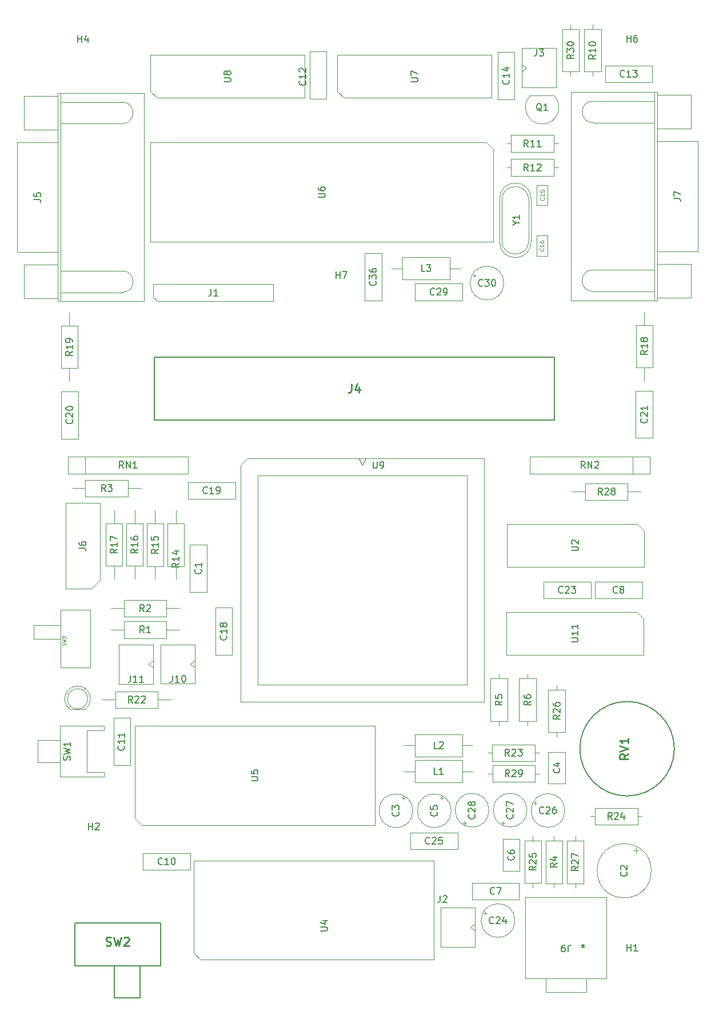
<source format=gbr>
%TF.GenerationSoftware,KiCad,Pcbnew,7.0.11-7.0.11~ubuntu22.04.1*%
%TF.CreationDate,2024-11-24T12:14:37-05:00*%
%TF.ProjectId,coleco_original,636f6c65-636f-45f6-9f72-6967696e616c,DEV*%
%TF.SameCoordinates,Original*%
%TF.FileFunction,AssemblyDrawing,Top*%
%FSLAX46Y46*%
G04 Gerber Fmt 4.6, Leading zero omitted, Abs format (unit mm)*
G04 Created by KiCad (PCBNEW 7.0.11-7.0.11~ubuntu22.04.1) date 2024-11-24 12:14:37*
%MOMM*%
%LPD*%
G01*
G04 APERTURE LIST*
%ADD10C,0.150000*%
%ADD11C,0.141000*%
%ADD12C,0.254000*%
%ADD13C,0.090000*%
%ADD14C,0.100000*%
%ADD15C,0.200000*%
%ADD16C,0.025400*%
G04 APERTURE END LIST*
D10*
X136275028Y-76638990D02*
X136751219Y-76638990D01*
X135751219Y-76972323D02*
X136275028Y-76638990D01*
X136275028Y-76638990D02*
X135751219Y-76305657D01*
X136751219Y-75448514D02*
X136751219Y-76019942D01*
X136751219Y-75734228D02*
X135751219Y-75734228D01*
X135751219Y-75734228D02*
X135894076Y-75829466D01*
X135894076Y-75829466D02*
X135989314Y-75924704D01*
X135989314Y-75924704D02*
X136036933Y-76019942D01*
X138427619Y-147447866D02*
X137951428Y-147781199D01*
X138427619Y-148019294D02*
X137427619Y-148019294D01*
X137427619Y-148019294D02*
X137427619Y-147638342D01*
X137427619Y-147638342D02*
X137475238Y-147543104D01*
X137475238Y-147543104D02*
X137522857Y-147495485D01*
X137522857Y-147495485D02*
X137618095Y-147447866D01*
X137618095Y-147447866D02*
X137760952Y-147447866D01*
X137760952Y-147447866D02*
X137856190Y-147495485D01*
X137856190Y-147495485D02*
X137903809Y-147543104D01*
X137903809Y-147543104D02*
X137951428Y-147638342D01*
X137951428Y-147638342D02*
X137951428Y-148019294D01*
X137427619Y-146590723D02*
X137427619Y-146781199D01*
X137427619Y-146781199D02*
X137475238Y-146876437D01*
X137475238Y-146876437D02*
X137522857Y-146924056D01*
X137522857Y-146924056D02*
X137665714Y-147019294D01*
X137665714Y-147019294D02*
X137856190Y-147066913D01*
X137856190Y-147066913D02*
X138237142Y-147066913D01*
X138237142Y-147066913D02*
X138332380Y-147019294D01*
X138332380Y-147019294D02*
X138380000Y-146971675D01*
X138380000Y-146971675D02*
X138427619Y-146876437D01*
X138427619Y-146876437D02*
X138427619Y-146685961D01*
X138427619Y-146685961D02*
X138380000Y-146590723D01*
X138380000Y-146590723D02*
X138332380Y-146543104D01*
X138332380Y-146543104D02*
X138237142Y-146495485D01*
X138237142Y-146495485D02*
X137999047Y-146495485D01*
X137999047Y-146495485D02*
X137903809Y-146543104D01*
X137903809Y-146543104D02*
X137856190Y-146590723D01*
X137856190Y-146590723D02*
X137808571Y-146685961D01*
X137808571Y-146685961D02*
X137808571Y-146876437D01*
X137808571Y-146876437D02*
X137856190Y-146971675D01*
X137856190Y-146971675D02*
X137903809Y-147019294D01*
X137903809Y-147019294D02*
X137999047Y-147066913D01*
D11*
X142628806Y-157496266D02*
X142673568Y-157541028D01*
X142673568Y-157541028D02*
X142718329Y-157675314D01*
X142718329Y-157675314D02*
X142718329Y-157764838D01*
X142718329Y-157764838D02*
X142673568Y-157899123D01*
X142673568Y-157899123D02*
X142584044Y-157988647D01*
X142584044Y-157988647D02*
X142494520Y-158033409D01*
X142494520Y-158033409D02*
X142315472Y-158078171D01*
X142315472Y-158078171D02*
X142181187Y-158078171D01*
X142181187Y-158078171D02*
X142002139Y-158033409D01*
X142002139Y-158033409D02*
X141912615Y-157988647D01*
X141912615Y-157988647D02*
X141823091Y-157899123D01*
X141823091Y-157899123D02*
X141778329Y-157764838D01*
X141778329Y-157764838D02*
X141778329Y-157675314D01*
X141778329Y-157675314D02*
X141823091Y-157541028D01*
X141823091Y-157541028D02*
X141867853Y-157496266D01*
X142091663Y-156690552D02*
X142718329Y-156690552D01*
X141733568Y-156914361D02*
X142404996Y-157138171D01*
X142404996Y-157138171D02*
X142404996Y-156556266D01*
D10*
X152679495Y-49819019D02*
X152679495Y-48819019D01*
X152679495Y-49295209D02*
X153250923Y-49295209D01*
X153250923Y-49819019D02*
X153250923Y-48819019D01*
X154155685Y-48819019D02*
X153965209Y-48819019D01*
X153965209Y-48819019D02*
X153869971Y-48866638D01*
X153869971Y-48866638D02*
X153822352Y-48914257D01*
X153822352Y-48914257D02*
X153727114Y-49057114D01*
X153727114Y-49057114D02*
X153679495Y-49247590D01*
X153679495Y-49247590D02*
X153679495Y-49628542D01*
X153679495Y-49628542D02*
X153727114Y-49723780D01*
X153727114Y-49723780D02*
X153774733Y-49771400D01*
X153774733Y-49771400D02*
X153869971Y-49819019D01*
X153869971Y-49819019D02*
X154060447Y-49819019D01*
X154060447Y-49819019D02*
X154155685Y-49771400D01*
X154155685Y-49771400D02*
X154203304Y-49723780D01*
X154203304Y-49723780D02*
X154250923Y-49628542D01*
X154250923Y-49628542D02*
X154250923Y-49390447D01*
X154250923Y-49390447D02*
X154203304Y-49295209D01*
X154203304Y-49295209D02*
X154155685Y-49247590D01*
X154155685Y-49247590D02*
X154060447Y-49199971D01*
X154060447Y-49199971D02*
X153869971Y-49199971D01*
X153869971Y-49199971D02*
X153774733Y-49247590D01*
X153774733Y-49247590D02*
X153727114Y-49295209D01*
X153727114Y-49295209D02*
X153679495Y-49390447D01*
X106947619Y-72833704D02*
X107757142Y-72833704D01*
X107757142Y-72833704D02*
X107852380Y-72786085D01*
X107852380Y-72786085D02*
X107900000Y-72738466D01*
X107900000Y-72738466D02*
X107947619Y-72643228D01*
X107947619Y-72643228D02*
X107947619Y-72452752D01*
X107947619Y-72452752D02*
X107900000Y-72357514D01*
X107900000Y-72357514D02*
X107852380Y-72309895D01*
X107852380Y-72309895D02*
X107757142Y-72262276D01*
X107757142Y-72262276D02*
X106947619Y-72262276D01*
X106947619Y-71357514D02*
X106947619Y-71547990D01*
X106947619Y-71547990D02*
X106995238Y-71643228D01*
X106995238Y-71643228D02*
X107042857Y-71690847D01*
X107042857Y-71690847D02*
X107185714Y-71786085D01*
X107185714Y-71786085D02*
X107376190Y-71833704D01*
X107376190Y-71833704D02*
X107757142Y-71833704D01*
X107757142Y-71833704D02*
X107852380Y-71786085D01*
X107852380Y-71786085D02*
X107900000Y-71738466D01*
X107900000Y-71738466D02*
X107947619Y-71643228D01*
X107947619Y-71643228D02*
X107947619Y-71452752D01*
X107947619Y-71452752D02*
X107900000Y-71357514D01*
X107900000Y-71357514D02*
X107852380Y-71309895D01*
X107852380Y-71309895D02*
X107757142Y-71262276D01*
X107757142Y-71262276D02*
X107519047Y-71262276D01*
X107519047Y-71262276D02*
X107423809Y-71309895D01*
X107423809Y-71309895D02*
X107376190Y-71357514D01*
X107376190Y-71357514D02*
X107328571Y-71452752D01*
X107328571Y-71452752D02*
X107328571Y-71643228D01*
X107328571Y-71643228D02*
X107376190Y-71738466D01*
X107376190Y-71738466D02*
X107423809Y-71786085D01*
X107423809Y-71786085D02*
X107519047Y-71833704D01*
X139315866Y-50891619D02*
X139315866Y-51605904D01*
X139315866Y-51605904D02*
X139268247Y-51748761D01*
X139268247Y-51748761D02*
X139173009Y-51844000D01*
X139173009Y-51844000D02*
X139030152Y-51891619D01*
X139030152Y-51891619D02*
X138934914Y-51891619D01*
X139696819Y-50891619D02*
X140315866Y-50891619D01*
X140315866Y-50891619D02*
X139982533Y-51272571D01*
X139982533Y-51272571D02*
X140125390Y-51272571D01*
X140125390Y-51272571D02*
X140220628Y-51320190D01*
X140220628Y-51320190D02*
X140268247Y-51367809D01*
X140268247Y-51367809D02*
X140315866Y-51463047D01*
X140315866Y-51463047D02*
X140315866Y-51701142D01*
X140315866Y-51701142D02*
X140268247Y-51796380D01*
X140268247Y-51796380D02*
X140220628Y-51844000D01*
X140220628Y-51844000D02*
X140125390Y-51891619D01*
X140125390Y-51891619D02*
X139839676Y-51891619D01*
X139839676Y-51891619D02*
X139744438Y-51844000D01*
X139744438Y-51844000D02*
X139696819Y-51796380D01*
X64836619Y-73144933D02*
X65550904Y-73144933D01*
X65550904Y-73144933D02*
X65693761Y-73192552D01*
X65693761Y-73192552D02*
X65789000Y-73287790D01*
X65789000Y-73287790D02*
X65836619Y-73430647D01*
X65836619Y-73430647D02*
X65836619Y-73525885D01*
X64836619Y-72192552D02*
X64836619Y-72668742D01*
X64836619Y-72668742D02*
X65312809Y-72716361D01*
X65312809Y-72716361D02*
X65265190Y-72668742D01*
X65265190Y-72668742D02*
X65217571Y-72573504D01*
X65217571Y-72573504D02*
X65217571Y-72335409D01*
X65217571Y-72335409D02*
X65265190Y-72240171D01*
X65265190Y-72240171D02*
X65312809Y-72192552D01*
X65312809Y-72192552D02*
X65408047Y-72144933D01*
X65408047Y-72144933D02*
X65646142Y-72144933D01*
X65646142Y-72144933D02*
X65741380Y-72192552D01*
X65741380Y-72192552D02*
X65789000Y-72240171D01*
X65789000Y-72240171D02*
X65836619Y-72335409D01*
X65836619Y-72335409D02*
X65836619Y-72573504D01*
X65836619Y-72573504D02*
X65789000Y-72668742D01*
X65789000Y-72668742D02*
X65741380Y-72716361D01*
X70533419Y-95650857D02*
X70057228Y-95984190D01*
X70533419Y-96222285D02*
X69533419Y-96222285D01*
X69533419Y-96222285D02*
X69533419Y-95841333D01*
X69533419Y-95841333D02*
X69581038Y-95746095D01*
X69581038Y-95746095D02*
X69628657Y-95698476D01*
X69628657Y-95698476D02*
X69723895Y-95650857D01*
X69723895Y-95650857D02*
X69866752Y-95650857D01*
X69866752Y-95650857D02*
X69961990Y-95698476D01*
X69961990Y-95698476D02*
X70009609Y-95746095D01*
X70009609Y-95746095D02*
X70057228Y-95841333D01*
X70057228Y-95841333D02*
X70057228Y-96222285D01*
X70533419Y-94698476D02*
X70533419Y-95269904D01*
X70533419Y-94984190D02*
X69533419Y-94984190D01*
X69533419Y-94984190D02*
X69676276Y-95079428D01*
X69676276Y-95079428D02*
X69771514Y-95174666D01*
X69771514Y-95174666D02*
X69819133Y-95269904D01*
X70533419Y-94222285D02*
X70533419Y-94031809D01*
X70533419Y-94031809D02*
X70485800Y-93936571D01*
X70485800Y-93936571D02*
X70438180Y-93888952D01*
X70438180Y-93888952D02*
X70295323Y-93793714D01*
X70295323Y-93793714D02*
X70104847Y-93746095D01*
X70104847Y-93746095D02*
X69723895Y-93746095D01*
X69723895Y-93746095D02*
X69628657Y-93793714D01*
X69628657Y-93793714D02*
X69581038Y-93841333D01*
X69581038Y-93841333D02*
X69533419Y-93936571D01*
X69533419Y-93936571D02*
X69533419Y-94127047D01*
X69533419Y-94127047D02*
X69581038Y-94222285D01*
X69581038Y-94222285D02*
X69628657Y-94269904D01*
X69628657Y-94269904D02*
X69723895Y-94317523D01*
X69723895Y-94317523D02*
X69961990Y-94317523D01*
X69961990Y-94317523D02*
X70057228Y-94269904D01*
X70057228Y-94269904D02*
X70104847Y-94222285D01*
X70104847Y-94222285D02*
X70152466Y-94127047D01*
X70152466Y-94127047D02*
X70152466Y-93936571D01*
X70152466Y-93936571D02*
X70104847Y-93841333D01*
X70104847Y-93841333D02*
X70057228Y-93793714D01*
X70057228Y-93793714D02*
X69961990Y-93746095D01*
X118818580Y-163875754D02*
X118866200Y-163923373D01*
X118866200Y-163923373D02*
X118913819Y-164066230D01*
X118913819Y-164066230D02*
X118913819Y-164161468D01*
X118913819Y-164161468D02*
X118866200Y-164304325D01*
X118866200Y-164304325D02*
X118770961Y-164399563D01*
X118770961Y-164399563D02*
X118675723Y-164447182D01*
X118675723Y-164447182D02*
X118485247Y-164494801D01*
X118485247Y-164494801D02*
X118342390Y-164494801D01*
X118342390Y-164494801D02*
X118151914Y-164447182D01*
X118151914Y-164447182D02*
X118056676Y-164399563D01*
X118056676Y-164399563D02*
X117961438Y-164304325D01*
X117961438Y-164304325D02*
X117913819Y-164161468D01*
X117913819Y-164161468D02*
X117913819Y-164066230D01*
X117913819Y-164066230D02*
X117961438Y-163923373D01*
X117961438Y-163923373D02*
X118009057Y-163875754D01*
X117913819Y-163542420D02*
X117913819Y-162923373D01*
X117913819Y-162923373D02*
X118294771Y-163256706D01*
X118294771Y-163256706D02*
X118294771Y-163113849D01*
X118294771Y-163113849D02*
X118342390Y-163018611D01*
X118342390Y-163018611D02*
X118390009Y-162970992D01*
X118390009Y-162970992D02*
X118485247Y-162923373D01*
X118485247Y-162923373D02*
X118723342Y-162923373D01*
X118723342Y-162923373D02*
X118818580Y-162970992D01*
X118818580Y-162970992D02*
X118866200Y-163018611D01*
X118866200Y-163018611D02*
X118913819Y-163113849D01*
X118913819Y-163113849D02*
X118913819Y-163399563D01*
X118913819Y-163399563D02*
X118866200Y-163494801D01*
X118866200Y-163494801D02*
X118818580Y-163542420D01*
X130096180Y-164262170D02*
X130143800Y-164309789D01*
X130143800Y-164309789D02*
X130191419Y-164452646D01*
X130191419Y-164452646D02*
X130191419Y-164547884D01*
X130191419Y-164547884D02*
X130143800Y-164690741D01*
X130143800Y-164690741D02*
X130048561Y-164785979D01*
X130048561Y-164785979D02*
X129953323Y-164833598D01*
X129953323Y-164833598D02*
X129762847Y-164881217D01*
X129762847Y-164881217D02*
X129619990Y-164881217D01*
X129619990Y-164881217D02*
X129429514Y-164833598D01*
X129429514Y-164833598D02*
X129334276Y-164785979D01*
X129334276Y-164785979D02*
X129239038Y-164690741D01*
X129239038Y-164690741D02*
X129191419Y-164547884D01*
X129191419Y-164547884D02*
X129191419Y-164452646D01*
X129191419Y-164452646D02*
X129239038Y-164309789D01*
X129239038Y-164309789D02*
X129286657Y-164262170D01*
X129286657Y-163881217D02*
X129239038Y-163833598D01*
X129239038Y-163833598D02*
X129191419Y-163738360D01*
X129191419Y-163738360D02*
X129191419Y-163500265D01*
X129191419Y-163500265D02*
X129239038Y-163405027D01*
X129239038Y-163405027D02*
X129286657Y-163357408D01*
X129286657Y-163357408D02*
X129381895Y-163309789D01*
X129381895Y-163309789D02*
X129477133Y-163309789D01*
X129477133Y-163309789D02*
X129619990Y-163357408D01*
X129619990Y-163357408D02*
X130191419Y-163928836D01*
X130191419Y-163928836D02*
X130191419Y-163309789D01*
X129619990Y-162738360D02*
X129572371Y-162833598D01*
X129572371Y-162833598D02*
X129524752Y-162881217D01*
X129524752Y-162881217D02*
X129429514Y-162928836D01*
X129429514Y-162928836D02*
X129381895Y-162928836D01*
X129381895Y-162928836D02*
X129286657Y-162881217D01*
X129286657Y-162881217D02*
X129239038Y-162833598D01*
X129239038Y-162833598D02*
X129191419Y-162738360D01*
X129191419Y-162738360D02*
X129191419Y-162547884D01*
X129191419Y-162547884D02*
X129239038Y-162452646D01*
X129239038Y-162452646D02*
X129286657Y-162405027D01*
X129286657Y-162405027D02*
X129381895Y-162357408D01*
X129381895Y-162357408D02*
X129429514Y-162357408D01*
X129429514Y-162357408D02*
X129524752Y-162405027D01*
X129524752Y-162405027D02*
X129572371Y-162452646D01*
X129572371Y-162452646D02*
X129619990Y-162547884D01*
X129619990Y-162547884D02*
X129619990Y-162738360D01*
X129619990Y-162738360D02*
X129667609Y-162833598D01*
X129667609Y-162833598D02*
X129715228Y-162881217D01*
X129715228Y-162881217D02*
X129810466Y-162928836D01*
X129810466Y-162928836D02*
X130000942Y-162928836D01*
X130000942Y-162928836D02*
X130096180Y-162881217D01*
X130096180Y-162881217D02*
X130143800Y-162833598D01*
X130143800Y-162833598D02*
X130191419Y-162738360D01*
X130191419Y-162738360D02*
X130191419Y-162547884D01*
X130191419Y-162547884D02*
X130143800Y-162452646D01*
X130143800Y-162452646D02*
X130096180Y-162405027D01*
X130096180Y-162405027D02*
X130000942Y-162357408D01*
X130000942Y-162357408D02*
X129810466Y-162357408D01*
X129810466Y-162357408D02*
X129715228Y-162405027D01*
X129715228Y-162405027D02*
X129667609Y-162452646D01*
X129667609Y-162452646D02*
X129619990Y-162547884D01*
X86306819Y-127045257D02*
X85830628Y-127378590D01*
X86306819Y-127616685D02*
X85306819Y-127616685D01*
X85306819Y-127616685D02*
X85306819Y-127235733D01*
X85306819Y-127235733D02*
X85354438Y-127140495D01*
X85354438Y-127140495D02*
X85402057Y-127092876D01*
X85402057Y-127092876D02*
X85497295Y-127045257D01*
X85497295Y-127045257D02*
X85640152Y-127045257D01*
X85640152Y-127045257D02*
X85735390Y-127092876D01*
X85735390Y-127092876D02*
X85783009Y-127140495D01*
X85783009Y-127140495D02*
X85830628Y-127235733D01*
X85830628Y-127235733D02*
X85830628Y-127616685D01*
X86306819Y-126092876D02*
X86306819Y-126664304D01*
X86306819Y-126378590D02*
X85306819Y-126378590D01*
X85306819Y-126378590D02*
X85449676Y-126473828D01*
X85449676Y-126473828D02*
X85544914Y-126569066D01*
X85544914Y-126569066D02*
X85592533Y-126664304D01*
X85640152Y-125235733D02*
X86306819Y-125235733D01*
X85259200Y-125473828D02*
X85973485Y-125711923D01*
X85973485Y-125711923D02*
X85973485Y-125092876D01*
X79417942Y-147710619D02*
X79084609Y-147234428D01*
X78846514Y-147710619D02*
X78846514Y-146710619D01*
X78846514Y-146710619D02*
X79227466Y-146710619D01*
X79227466Y-146710619D02*
X79322704Y-146758238D01*
X79322704Y-146758238D02*
X79370323Y-146805857D01*
X79370323Y-146805857D02*
X79417942Y-146901095D01*
X79417942Y-146901095D02*
X79417942Y-147043952D01*
X79417942Y-147043952D02*
X79370323Y-147139190D01*
X79370323Y-147139190D02*
X79322704Y-147186809D01*
X79322704Y-147186809D02*
X79227466Y-147234428D01*
X79227466Y-147234428D02*
X78846514Y-147234428D01*
X79798895Y-146805857D02*
X79846514Y-146758238D01*
X79846514Y-146758238D02*
X79941752Y-146710619D01*
X79941752Y-146710619D02*
X80179847Y-146710619D01*
X80179847Y-146710619D02*
X80275085Y-146758238D01*
X80275085Y-146758238D02*
X80322704Y-146805857D01*
X80322704Y-146805857D02*
X80370323Y-146901095D01*
X80370323Y-146901095D02*
X80370323Y-146996333D01*
X80370323Y-146996333D02*
X80322704Y-147139190D01*
X80322704Y-147139190D02*
X79751276Y-147710619D01*
X79751276Y-147710619D02*
X80370323Y-147710619D01*
X80751276Y-146805857D02*
X80798895Y-146758238D01*
X80798895Y-146758238D02*
X80894133Y-146710619D01*
X80894133Y-146710619D02*
X81132228Y-146710619D01*
X81132228Y-146710619D02*
X81227466Y-146758238D01*
X81227466Y-146758238D02*
X81275085Y-146805857D01*
X81275085Y-146805857D02*
X81322704Y-146901095D01*
X81322704Y-146901095D02*
X81322704Y-146996333D01*
X81322704Y-146996333D02*
X81275085Y-147139190D01*
X81275085Y-147139190D02*
X80703657Y-147710619D01*
X80703657Y-147710619D02*
X81322704Y-147710619D01*
X78100323Y-112963419D02*
X77766990Y-112487228D01*
X77528895Y-112963419D02*
X77528895Y-111963419D01*
X77528895Y-111963419D02*
X77909847Y-111963419D01*
X77909847Y-111963419D02*
X78005085Y-112011038D01*
X78005085Y-112011038D02*
X78052704Y-112058657D01*
X78052704Y-112058657D02*
X78100323Y-112153895D01*
X78100323Y-112153895D02*
X78100323Y-112296752D01*
X78100323Y-112296752D02*
X78052704Y-112391990D01*
X78052704Y-112391990D02*
X78005085Y-112439609D01*
X78005085Y-112439609D02*
X77909847Y-112487228D01*
X77909847Y-112487228D02*
X77528895Y-112487228D01*
X78528895Y-112963419D02*
X78528895Y-111963419D01*
X78528895Y-111963419D02*
X79100323Y-112963419D01*
X79100323Y-112963419D02*
X79100323Y-111963419D01*
X80100323Y-112963419D02*
X79528895Y-112963419D01*
X79814609Y-112963419D02*
X79814609Y-111963419D01*
X79814609Y-111963419D02*
X79719371Y-112106276D01*
X79719371Y-112106276D02*
X79624133Y-112201514D01*
X79624133Y-112201514D02*
X79528895Y-112249133D01*
X135272542Y-158658019D02*
X134939209Y-158181828D01*
X134701114Y-158658019D02*
X134701114Y-157658019D01*
X134701114Y-157658019D02*
X135082066Y-157658019D01*
X135082066Y-157658019D02*
X135177304Y-157705638D01*
X135177304Y-157705638D02*
X135224923Y-157753257D01*
X135224923Y-157753257D02*
X135272542Y-157848495D01*
X135272542Y-157848495D02*
X135272542Y-157991352D01*
X135272542Y-157991352D02*
X135224923Y-158086590D01*
X135224923Y-158086590D02*
X135177304Y-158134209D01*
X135177304Y-158134209D02*
X135082066Y-158181828D01*
X135082066Y-158181828D02*
X134701114Y-158181828D01*
X135653495Y-157753257D02*
X135701114Y-157705638D01*
X135701114Y-157705638D02*
X135796352Y-157658019D01*
X135796352Y-157658019D02*
X136034447Y-157658019D01*
X136034447Y-157658019D02*
X136129685Y-157705638D01*
X136129685Y-157705638D02*
X136177304Y-157753257D01*
X136177304Y-157753257D02*
X136224923Y-157848495D01*
X136224923Y-157848495D02*
X136224923Y-157943733D01*
X136224923Y-157943733D02*
X136177304Y-158086590D01*
X136177304Y-158086590D02*
X135605876Y-158658019D01*
X135605876Y-158658019D02*
X136224923Y-158658019D01*
X136701114Y-158658019D02*
X136891590Y-158658019D01*
X136891590Y-158658019D02*
X136986828Y-158610400D01*
X136986828Y-158610400D02*
X137034447Y-158562780D01*
X137034447Y-158562780D02*
X137129685Y-158419923D01*
X137129685Y-158419923D02*
X137177304Y-158229447D01*
X137177304Y-158229447D02*
X137177304Y-157848495D01*
X137177304Y-157848495D02*
X137129685Y-157753257D01*
X137129685Y-157753257D02*
X137082066Y-157705638D01*
X137082066Y-157705638D02*
X136986828Y-157658019D01*
X136986828Y-157658019D02*
X136796352Y-157658019D01*
X136796352Y-157658019D02*
X136701114Y-157705638D01*
X136701114Y-157705638D02*
X136653495Y-157753257D01*
X136653495Y-157753257D02*
X136605876Y-157848495D01*
X136605876Y-157848495D02*
X136605876Y-158086590D01*
X136605876Y-158086590D02*
X136653495Y-158181828D01*
X136653495Y-158181828D02*
X136701114Y-158229447D01*
X136701114Y-158229447D02*
X136796352Y-158277066D01*
X136796352Y-158277066D02*
X136986828Y-158277066D01*
X136986828Y-158277066D02*
X137082066Y-158229447D01*
X137082066Y-158229447D02*
X137129685Y-158181828D01*
X137129685Y-158181828D02*
X137177304Y-158086590D01*
X122743933Y-83804219D02*
X122267743Y-83804219D01*
X122267743Y-83804219D02*
X122267743Y-82804219D01*
X122982029Y-82804219D02*
X123601076Y-82804219D01*
X123601076Y-82804219D02*
X123267743Y-83185171D01*
X123267743Y-83185171D02*
X123410600Y-83185171D01*
X123410600Y-83185171D02*
X123505838Y-83232790D01*
X123505838Y-83232790D02*
X123553457Y-83280409D01*
X123553457Y-83280409D02*
X123601076Y-83375647D01*
X123601076Y-83375647D02*
X123601076Y-83613742D01*
X123601076Y-83613742D02*
X123553457Y-83708980D01*
X123553457Y-83708980D02*
X123505838Y-83756600D01*
X123505838Y-83756600D02*
X123410600Y-83804219D01*
X123410600Y-83804219D02*
X123124886Y-83804219D01*
X123124886Y-83804219D02*
X123029648Y-83756600D01*
X123029648Y-83756600D02*
X122982029Y-83708980D01*
X132929830Y-180330580D02*
X132882211Y-180378200D01*
X132882211Y-180378200D02*
X132739354Y-180425819D01*
X132739354Y-180425819D02*
X132644116Y-180425819D01*
X132644116Y-180425819D02*
X132501259Y-180378200D01*
X132501259Y-180378200D02*
X132406021Y-180282961D01*
X132406021Y-180282961D02*
X132358402Y-180187723D01*
X132358402Y-180187723D02*
X132310783Y-179997247D01*
X132310783Y-179997247D02*
X132310783Y-179854390D01*
X132310783Y-179854390D02*
X132358402Y-179663914D01*
X132358402Y-179663914D02*
X132406021Y-179568676D01*
X132406021Y-179568676D02*
X132501259Y-179473438D01*
X132501259Y-179473438D02*
X132644116Y-179425819D01*
X132644116Y-179425819D02*
X132739354Y-179425819D01*
X132739354Y-179425819D02*
X132882211Y-179473438D01*
X132882211Y-179473438D02*
X132929830Y-179521057D01*
X133310783Y-179521057D02*
X133358402Y-179473438D01*
X133358402Y-179473438D02*
X133453640Y-179425819D01*
X133453640Y-179425819D02*
X133691735Y-179425819D01*
X133691735Y-179425819D02*
X133786973Y-179473438D01*
X133786973Y-179473438D02*
X133834592Y-179521057D01*
X133834592Y-179521057D02*
X133882211Y-179616295D01*
X133882211Y-179616295D02*
X133882211Y-179711533D01*
X133882211Y-179711533D02*
X133834592Y-179854390D01*
X133834592Y-179854390D02*
X133263164Y-180425819D01*
X133263164Y-180425819D02*
X133882211Y-180425819D01*
X134739354Y-179759152D02*
X134739354Y-180425819D01*
X134501259Y-179378200D02*
X134263164Y-180092485D01*
X134263164Y-180092485D02*
X134882211Y-180092485D01*
X72948895Y-166506619D02*
X72948895Y-165506619D01*
X72948895Y-165982809D02*
X73520323Y-165982809D01*
X73520323Y-166506619D02*
X73520323Y-165506619D01*
X73948895Y-165601857D02*
X73996514Y-165554238D01*
X73996514Y-165554238D02*
X74091752Y-165506619D01*
X74091752Y-165506619D02*
X74329847Y-165506619D01*
X74329847Y-165506619D02*
X74425085Y-165554238D01*
X74425085Y-165554238D02*
X74472704Y-165601857D01*
X74472704Y-165601857D02*
X74520323Y-165697095D01*
X74520323Y-165697095D02*
X74520323Y-165792333D01*
X74520323Y-165792333D02*
X74472704Y-165935190D01*
X74472704Y-165935190D02*
X73901276Y-166506619D01*
X73901276Y-166506619D02*
X74520323Y-166506619D01*
X135247142Y-155584619D02*
X134913809Y-155108428D01*
X134675714Y-155584619D02*
X134675714Y-154584619D01*
X134675714Y-154584619D02*
X135056666Y-154584619D01*
X135056666Y-154584619D02*
X135151904Y-154632238D01*
X135151904Y-154632238D02*
X135199523Y-154679857D01*
X135199523Y-154679857D02*
X135247142Y-154775095D01*
X135247142Y-154775095D02*
X135247142Y-154917952D01*
X135247142Y-154917952D02*
X135199523Y-155013190D01*
X135199523Y-155013190D02*
X135151904Y-155060809D01*
X135151904Y-155060809D02*
X135056666Y-155108428D01*
X135056666Y-155108428D02*
X134675714Y-155108428D01*
X135628095Y-154679857D02*
X135675714Y-154632238D01*
X135675714Y-154632238D02*
X135770952Y-154584619D01*
X135770952Y-154584619D02*
X136009047Y-154584619D01*
X136009047Y-154584619D02*
X136104285Y-154632238D01*
X136104285Y-154632238D02*
X136151904Y-154679857D01*
X136151904Y-154679857D02*
X136199523Y-154775095D01*
X136199523Y-154775095D02*
X136199523Y-154870333D01*
X136199523Y-154870333D02*
X136151904Y-155013190D01*
X136151904Y-155013190D02*
X135580476Y-155584619D01*
X135580476Y-155584619D02*
X136199523Y-155584619D01*
X136532857Y-154584619D02*
X137151904Y-154584619D01*
X137151904Y-154584619D02*
X136818571Y-154965571D01*
X136818571Y-154965571D02*
X136961428Y-154965571D01*
X136961428Y-154965571D02*
X137056666Y-155013190D01*
X137056666Y-155013190D02*
X137104285Y-155060809D01*
X137104285Y-155060809D02*
X137151904Y-155156047D01*
X137151904Y-155156047D02*
X137151904Y-155394142D01*
X137151904Y-155394142D02*
X137104285Y-155489380D01*
X137104285Y-155489380D02*
X137056666Y-155537000D01*
X137056666Y-155537000D02*
X136961428Y-155584619D01*
X136961428Y-155584619D02*
X136675714Y-155584619D01*
X136675714Y-155584619D02*
X136580476Y-155537000D01*
X136580476Y-155537000D02*
X136532857Y-155489380D01*
X107287819Y-181499904D02*
X108097342Y-181499904D01*
X108097342Y-181499904D02*
X108192580Y-181452285D01*
X108192580Y-181452285D02*
X108240200Y-181404666D01*
X108240200Y-181404666D02*
X108287819Y-181309428D01*
X108287819Y-181309428D02*
X108287819Y-181118952D01*
X108287819Y-181118952D02*
X108240200Y-181023714D01*
X108240200Y-181023714D02*
X108192580Y-180976095D01*
X108192580Y-180976095D02*
X108097342Y-180928476D01*
X108097342Y-180928476D02*
X107287819Y-180928476D01*
X107621152Y-180023714D02*
X108287819Y-180023714D01*
X107240200Y-180261809D02*
X107954485Y-180499904D01*
X107954485Y-180499904D02*
X107954485Y-179880857D01*
X124623533Y-158327819D02*
X124147343Y-158327819D01*
X124147343Y-158327819D02*
X124147343Y-157327819D01*
X125480676Y-158327819D02*
X124909248Y-158327819D01*
X125194962Y-158327819D02*
X125194962Y-157327819D01*
X125194962Y-157327819D02*
X125099724Y-157470676D01*
X125099724Y-157470676D02*
X125004486Y-157565914D01*
X125004486Y-157565914D02*
X124909248Y-157613533D01*
X120689019Y-55688704D02*
X121498542Y-55688704D01*
X121498542Y-55688704D02*
X121593780Y-55641085D01*
X121593780Y-55641085D02*
X121641400Y-55593466D01*
X121641400Y-55593466D02*
X121689019Y-55498228D01*
X121689019Y-55498228D02*
X121689019Y-55307752D01*
X121689019Y-55307752D02*
X121641400Y-55212514D01*
X121641400Y-55212514D02*
X121593780Y-55164895D01*
X121593780Y-55164895D02*
X121498542Y-55117276D01*
X121498542Y-55117276D02*
X120689019Y-55117276D01*
X120689019Y-54736323D02*
X120689019Y-54069657D01*
X120689019Y-54069657D02*
X121689019Y-54498228D01*
X79124276Y-143667419D02*
X79124276Y-144381704D01*
X79124276Y-144381704D02*
X79076657Y-144524561D01*
X79076657Y-144524561D02*
X78981419Y-144619800D01*
X78981419Y-144619800D02*
X78838562Y-144667419D01*
X78838562Y-144667419D02*
X78743324Y-144667419D01*
X80124276Y-144667419D02*
X79552848Y-144667419D01*
X79838562Y-144667419D02*
X79838562Y-143667419D01*
X79838562Y-143667419D02*
X79743324Y-143810276D01*
X79743324Y-143810276D02*
X79648086Y-143905514D01*
X79648086Y-143905514D02*
X79552848Y-143953133D01*
X81076657Y-144667419D02*
X80505229Y-144667419D01*
X80790943Y-144667419D02*
X80790943Y-143667419D01*
X80790943Y-143667419D02*
X80695705Y-143810276D01*
X80695705Y-143810276D02*
X80600467Y-143905514D01*
X80600467Y-143905514D02*
X80505229Y-143953133D01*
X83852142Y-171592980D02*
X83804523Y-171640600D01*
X83804523Y-171640600D02*
X83661666Y-171688219D01*
X83661666Y-171688219D02*
X83566428Y-171688219D01*
X83566428Y-171688219D02*
X83423571Y-171640600D01*
X83423571Y-171640600D02*
X83328333Y-171545361D01*
X83328333Y-171545361D02*
X83280714Y-171450123D01*
X83280714Y-171450123D02*
X83233095Y-171259647D01*
X83233095Y-171259647D02*
X83233095Y-171116790D01*
X83233095Y-171116790D02*
X83280714Y-170926314D01*
X83280714Y-170926314D02*
X83328333Y-170831076D01*
X83328333Y-170831076D02*
X83423571Y-170735838D01*
X83423571Y-170735838D02*
X83566428Y-170688219D01*
X83566428Y-170688219D02*
X83661666Y-170688219D01*
X83661666Y-170688219D02*
X83804523Y-170735838D01*
X83804523Y-170735838D02*
X83852142Y-170783457D01*
X84804523Y-171688219D02*
X84233095Y-171688219D01*
X84518809Y-171688219D02*
X84518809Y-170688219D01*
X84518809Y-170688219D02*
X84423571Y-170831076D01*
X84423571Y-170831076D02*
X84328333Y-170926314D01*
X84328333Y-170926314D02*
X84233095Y-170973933D01*
X85423571Y-170688219D02*
X85518809Y-170688219D01*
X85518809Y-170688219D02*
X85614047Y-170735838D01*
X85614047Y-170735838D02*
X85661666Y-170783457D01*
X85661666Y-170783457D02*
X85709285Y-170878695D01*
X85709285Y-170878695D02*
X85756904Y-171069171D01*
X85756904Y-171069171D02*
X85756904Y-171307266D01*
X85756904Y-171307266D02*
X85709285Y-171497742D01*
X85709285Y-171497742D02*
X85661666Y-171592980D01*
X85661666Y-171592980D02*
X85614047Y-171640600D01*
X85614047Y-171640600D02*
X85518809Y-171688219D01*
X85518809Y-171688219D02*
X85423571Y-171688219D01*
X85423571Y-171688219D02*
X85328333Y-171640600D01*
X85328333Y-171640600D02*
X85280714Y-171592980D01*
X85280714Y-171592980D02*
X85233095Y-171497742D01*
X85233095Y-171497742D02*
X85185476Y-171307266D01*
X85185476Y-171307266D02*
X85185476Y-171069171D01*
X85185476Y-171069171D02*
X85233095Y-170878695D01*
X85233095Y-170878695D02*
X85280714Y-170783457D01*
X85280714Y-170783457D02*
X85328333Y-170735838D01*
X85328333Y-170735838D02*
X85423571Y-170688219D01*
X70488980Y-105723857D02*
X70536600Y-105771476D01*
X70536600Y-105771476D02*
X70584219Y-105914333D01*
X70584219Y-105914333D02*
X70584219Y-106009571D01*
X70584219Y-106009571D02*
X70536600Y-106152428D01*
X70536600Y-106152428D02*
X70441361Y-106247666D01*
X70441361Y-106247666D02*
X70346123Y-106295285D01*
X70346123Y-106295285D02*
X70155647Y-106342904D01*
X70155647Y-106342904D02*
X70012790Y-106342904D01*
X70012790Y-106342904D02*
X69822314Y-106295285D01*
X69822314Y-106295285D02*
X69727076Y-106247666D01*
X69727076Y-106247666D02*
X69631838Y-106152428D01*
X69631838Y-106152428D02*
X69584219Y-106009571D01*
X69584219Y-106009571D02*
X69584219Y-105914333D01*
X69584219Y-105914333D02*
X69631838Y-105771476D01*
X69631838Y-105771476D02*
X69679457Y-105723857D01*
X69679457Y-105342904D02*
X69631838Y-105295285D01*
X69631838Y-105295285D02*
X69584219Y-105200047D01*
X69584219Y-105200047D02*
X69584219Y-104961952D01*
X69584219Y-104961952D02*
X69631838Y-104866714D01*
X69631838Y-104866714D02*
X69679457Y-104819095D01*
X69679457Y-104819095D02*
X69774695Y-104771476D01*
X69774695Y-104771476D02*
X69869933Y-104771476D01*
X69869933Y-104771476D02*
X70012790Y-104819095D01*
X70012790Y-104819095D02*
X70584219Y-105390523D01*
X70584219Y-105390523D02*
X70584219Y-104771476D01*
X69584219Y-104152428D02*
X69584219Y-104057190D01*
X69584219Y-104057190D02*
X69631838Y-103961952D01*
X69631838Y-103961952D02*
X69679457Y-103914333D01*
X69679457Y-103914333D02*
X69774695Y-103866714D01*
X69774695Y-103866714D02*
X69965171Y-103819095D01*
X69965171Y-103819095D02*
X70203266Y-103819095D01*
X70203266Y-103819095D02*
X70393742Y-103866714D01*
X70393742Y-103866714D02*
X70488980Y-103914333D01*
X70488980Y-103914333D02*
X70536600Y-103961952D01*
X70536600Y-103961952D02*
X70584219Y-104057190D01*
X70584219Y-104057190D02*
X70584219Y-104152428D01*
X70584219Y-104152428D02*
X70536600Y-104247666D01*
X70536600Y-104247666D02*
X70488980Y-104295285D01*
X70488980Y-104295285D02*
X70393742Y-104342904D01*
X70393742Y-104342904D02*
X70203266Y-104390523D01*
X70203266Y-104390523D02*
X69965171Y-104390523D01*
X69965171Y-104390523D02*
X69774695Y-104342904D01*
X69774695Y-104342904D02*
X69679457Y-104295285D01*
X69679457Y-104295285D02*
X69631838Y-104247666D01*
X69631838Y-104247666D02*
X69584219Y-104152428D01*
X115446980Y-85262257D02*
X115494600Y-85309876D01*
X115494600Y-85309876D02*
X115542219Y-85452733D01*
X115542219Y-85452733D02*
X115542219Y-85547971D01*
X115542219Y-85547971D02*
X115494600Y-85690828D01*
X115494600Y-85690828D02*
X115399361Y-85786066D01*
X115399361Y-85786066D02*
X115304123Y-85833685D01*
X115304123Y-85833685D02*
X115113647Y-85881304D01*
X115113647Y-85881304D02*
X114970790Y-85881304D01*
X114970790Y-85881304D02*
X114780314Y-85833685D01*
X114780314Y-85833685D02*
X114685076Y-85786066D01*
X114685076Y-85786066D02*
X114589838Y-85690828D01*
X114589838Y-85690828D02*
X114542219Y-85547971D01*
X114542219Y-85547971D02*
X114542219Y-85452733D01*
X114542219Y-85452733D02*
X114589838Y-85309876D01*
X114589838Y-85309876D02*
X114637457Y-85262257D01*
X114542219Y-84928923D02*
X114542219Y-84309876D01*
X114542219Y-84309876D02*
X114923171Y-84643209D01*
X114923171Y-84643209D02*
X114923171Y-84500352D01*
X114923171Y-84500352D02*
X114970790Y-84405114D01*
X114970790Y-84405114D02*
X115018409Y-84357495D01*
X115018409Y-84357495D02*
X115113647Y-84309876D01*
X115113647Y-84309876D02*
X115351742Y-84309876D01*
X115351742Y-84309876D02*
X115446980Y-84357495D01*
X115446980Y-84357495D02*
X115494600Y-84405114D01*
X115494600Y-84405114D02*
X115542219Y-84500352D01*
X115542219Y-84500352D02*
X115542219Y-84786066D01*
X115542219Y-84786066D02*
X115494600Y-84881304D01*
X115494600Y-84881304D02*
X115446980Y-84928923D01*
X114542219Y-83452733D02*
X114542219Y-83643209D01*
X114542219Y-83643209D02*
X114589838Y-83738447D01*
X114589838Y-83738447D02*
X114637457Y-83786066D01*
X114637457Y-83786066D02*
X114780314Y-83881304D01*
X114780314Y-83881304D02*
X114970790Y-83928923D01*
X114970790Y-83928923D02*
X115351742Y-83928923D01*
X115351742Y-83928923D02*
X115446980Y-83881304D01*
X115446980Y-83881304D02*
X115494600Y-83833685D01*
X115494600Y-83833685D02*
X115542219Y-83738447D01*
X115542219Y-83738447D02*
X115542219Y-83547971D01*
X115542219Y-83547971D02*
X115494600Y-83452733D01*
X115494600Y-83452733D02*
X115446980Y-83405114D01*
X115446980Y-83405114D02*
X115351742Y-83357495D01*
X115351742Y-83357495D02*
X115113647Y-83357495D01*
X115113647Y-83357495D02*
X115018409Y-83405114D01*
X115018409Y-83405114D02*
X114970790Y-83452733D01*
X114970790Y-83452733D02*
X114923171Y-83547971D01*
X114923171Y-83547971D02*
X114923171Y-83738447D01*
X114923171Y-83738447D02*
X114970790Y-83833685D01*
X114970790Y-83833685D02*
X115018409Y-83881304D01*
X115018409Y-83881304D02*
X115113647Y-83928923D01*
D12*
X152898118Y-155270751D02*
X152293356Y-155694085D01*
X152898118Y-155996466D02*
X151628118Y-155996466D01*
X151628118Y-155996466D02*
X151628118Y-155512656D01*
X151628118Y-155512656D02*
X151688594Y-155391704D01*
X151688594Y-155391704D02*
X151749070Y-155331227D01*
X151749070Y-155331227D02*
X151870022Y-155270751D01*
X151870022Y-155270751D02*
X152051451Y-155270751D01*
X152051451Y-155270751D02*
X152172403Y-155331227D01*
X152172403Y-155331227D02*
X152232880Y-155391704D01*
X152232880Y-155391704D02*
X152293356Y-155512656D01*
X152293356Y-155512656D02*
X152293356Y-155996466D01*
X151628118Y-154907894D02*
X152898118Y-154484561D01*
X152898118Y-154484561D02*
X151628118Y-154061227D01*
X152898118Y-152972656D02*
X152898118Y-153698371D01*
X152898118Y-153335514D02*
X151628118Y-153335514D01*
X151628118Y-153335514D02*
X151809546Y-153456466D01*
X151809546Y-153456466D02*
X151930499Y-153577418D01*
X151930499Y-153577418D02*
X151990975Y-153698371D01*
D10*
X143974133Y-184594779D02*
X143974133Y-183880494D01*
X143974133Y-183880494D02*
X144021752Y-183737637D01*
X144021752Y-183737637D02*
X144116990Y-183642399D01*
X144116990Y-183642399D02*
X144259847Y-183594779D01*
X144259847Y-183594779D02*
X144355085Y-183594779D01*
X143450323Y-183594779D02*
X143259847Y-183594779D01*
X143259847Y-183594779D02*
X143164609Y-183642399D01*
X143164609Y-183642399D02*
X143116990Y-183690018D01*
X143116990Y-183690018D02*
X143021752Y-183832875D01*
X143021752Y-183832875D02*
X142974133Y-184023351D01*
X142974133Y-184023351D02*
X142974133Y-184404303D01*
X142974133Y-184404303D02*
X143021752Y-184499541D01*
X143021752Y-184499541D02*
X143069371Y-184547160D01*
X143069371Y-184547160D02*
X143164609Y-184594779D01*
X143164609Y-184594779D02*
X143355085Y-184594779D01*
X143355085Y-184594779D02*
X143450323Y-184547160D01*
X143450323Y-184547160D02*
X143497942Y-184499541D01*
X143497942Y-184499541D02*
X143545561Y-184404303D01*
X143545561Y-184404303D02*
X143545561Y-184166208D01*
X143545561Y-184166208D02*
X143497942Y-184070970D01*
X143497942Y-184070970D02*
X143450323Y-184023351D01*
X143450323Y-184023351D02*
X143355085Y-183975732D01*
X143355085Y-183975732D02*
X143164609Y-183975732D01*
X143164609Y-183975732D02*
X143069371Y-184023351D01*
X143069371Y-184023351D02*
X143021752Y-184070970D01*
X143021752Y-184070970D02*
X142974133Y-184166208D01*
X146180800Y-183504418D02*
X146180800Y-183742513D01*
X145942705Y-183647275D02*
X146180800Y-183742513D01*
X146180800Y-183742513D02*
X146418895Y-183647275D01*
X146037943Y-183932989D02*
X146180800Y-183742513D01*
X146180800Y-183742513D02*
X146323657Y-183932989D01*
X149013942Y-116900419D02*
X148680609Y-116424228D01*
X148442514Y-116900419D02*
X148442514Y-115900419D01*
X148442514Y-115900419D02*
X148823466Y-115900419D01*
X148823466Y-115900419D02*
X148918704Y-115948038D01*
X148918704Y-115948038D02*
X148966323Y-115995657D01*
X148966323Y-115995657D02*
X149013942Y-116090895D01*
X149013942Y-116090895D02*
X149013942Y-116233752D01*
X149013942Y-116233752D02*
X148966323Y-116328990D01*
X148966323Y-116328990D02*
X148918704Y-116376609D01*
X148918704Y-116376609D02*
X148823466Y-116424228D01*
X148823466Y-116424228D02*
X148442514Y-116424228D01*
X149394895Y-115995657D02*
X149442514Y-115948038D01*
X149442514Y-115948038D02*
X149537752Y-115900419D01*
X149537752Y-115900419D02*
X149775847Y-115900419D01*
X149775847Y-115900419D02*
X149871085Y-115948038D01*
X149871085Y-115948038D02*
X149918704Y-115995657D01*
X149918704Y-115995657D02*
X149966323Y-116090895D01*
X149966323Y-116090895D02*
X149966323Y-116186133D01*
X149966323Y-116186133D02*
X149918704Y-116328990D01*
X149918704Y-116328990D02*
X149347276Y-116900419D01*
X149347276Y-116900419D02*
X149966323Y-116900419D01*
X150537752Y-116328990D02*
X150442514Y-116281371D01*
X150442514Y-116281371D02*
X150394895Y-116233752D01*
X150394895Y-116233752D02*
X150347276Y-116138514D01*
X150347276Y-116138514D02*
X150347276Y-116090895D01*
X150347276Y-116090895D02*
X150394895Y-115995657D01*
X150394895Y-115995657D02*
X150442514Y-115948038D01*
X150442514Y-115948038D02*
X150537752Y-115900419D01*
X150537752Y-115900419D02*
X150728228Y-115900419D01*
X150728228Y-115900419D02*
X150823466Y-115948038D01*
X150823466Y-115948038D02*
X150871085Y-115995657D01*
X150871085Y-115995657D02*
X150918704Y-116090895D01*
X150918704Y-116090895D02*
X150918704Y-116138514D01*
X150918704Y-116138514D02*
X150871085Y-116233752D01*
X150871085Y-116233752D02*
X150823466Y-116281371D01*
X150823466Y-116281371D02*
X150728228Y-116328990D01*
X150728228Y-116328990D02*
X150537752Y-116328990D01*
X150537752Y-116328990D02*
X150442514Y-116376609D01*
X150442514Y-116376609D02*
X150394895Y-116424228D01*
X150394895Y-116424228D02*
X150347276Y-116519466D01*
X150347276Y-116519466D02*
X150347276Y-116709942D01*
X150347276Y-116709942D02*
X150394895Y-116805180D01*
X150394895Y-116805180D02*
X150442514Y-116852800D01*
X150442514Y-116852800D02*
X150537752Y-116900419D01*
X150537752Y-116900419D02*
X150728228Y-116900419D01*
X150728228Y-116900419D02*
X150823466Y-116852800D01*
X150823466Y-116852800D02*
X150871085Y-116805180D01*
X150871085Y-116805180D02*
X150918704Y-116709942D01*
X150918704Y-116709942D02*
X150918704Y-116519466D01*
X150918704Y-116519466D02*
X150871085Y-116424228D01*
X150871085Y-116424228D02*
X150823466Y-116376609D01*
X150823466Y-116376609D02*
X150728228Y-116328990D01*
X148054219Y-51708857D02*
X147578028Y-52042190D01*
X148054219Y-52280285D02*
X147054219Y-52280285D01*
X147054219Y-52280285D02*
X147054219Y-51899333D01*
X147054219Y-51899333D02*
X147101838Y-51804095D01*
X147101838Y-51804095D02*
X147149457Y-51756476D01*
X147149457Y-51756476D02*
X147244695Y-51708857D01*
X147244695Y-51708857D02*
X147387552Y-51708857D01*
X147387552Y-51708857D02*
X147482790Y-51756476D01*
X147482790Y-51756476D02*
X147530409Y-51804095D01*
X147530409Y-51804095D02*
X147578028Y-51899333D01*
X147578028Y-51899333D02*
X147578028Y-52280285D01*
X148054219Y-50756476D02*
X148054219Y-51327904D01*
X148054219Y-51042190D02*
X147054219Y-51042190D01*
X147054219Y-51042190D02*
X147197076Y-51137428D01*
X147197076Y-51137428D02*
X147292314Y-51232666D01*
X147292314Y-51232666D02*
X147339933Y-51327904D01*
X147054219Y-50137428D02*
X147054219Y-50042190D01*
X147054219Y-50042190D02*
X147101838Y-49946952D01*
X147101838Y-49946952D02*
X147149457Y-49899333D01*
X147149457Y-49899333D02*
X147244695Y-49851714D01*
X147244695Y-49851714D02*
X147435171Y-49804095D01*
X147435171Y-49804095D02*
X147673266Y-49804095D01*
X147673266Y-49804095D02*
X147863742Y-49851714D01*
X147863742Y-49851714D02*
X147958980Y-49899333D01*
X147958980Y-49899333D02*
X148006600Y-49946952D01*
X148006600Y-49946952D02*
X148054219Y-50042190D01*
X148054219Y-50042190D02*
X148054219Y-50137428D01*
X148054219Y-50137428D02*
X148006600Y-50232666D01*
X148006600Y-50232666D02*
X147958980Y-50280285D01*
X147958980Y-50280285D02*
X147863742Y-50327904D01*
X147863742Y-50327904D02*
X147673266Y-50375523D01*
X147673266Y-50375523D02*
X147435171Y-50375523D01*
X147435171Y-50375523D02*
X147244695Y-50327904D01*
X147244695Y-50327904D02*
X147149457Y-50280285D01*
X147149457Y-50280285D02*
X147101838Y-50232666D01*
X147101838Y-50232666D02*
X147054219Y-50137428D01*
X80210819Y-124937057D02*
X79734628Y-125270390D01*
X80210819Y-125508485D02*
X79210819Y-125508485D01*
X79210819Y-125508485D02*
X79210819Y-125127533D01*
X79210819Y-125127533D02*
X79258438Y-125032295D01*
X79258438Y-125032295D02*
X79306057Y-124984676D01*
X79306057Y-124984676D02*
X79401295Y-124937057D01*
X79401295Y-124937057D02*
X79544152Y-124937057D01*
X79544152Y-124937057D02*
X79639390Y-124984676D01*
X79639390Y-124984676D02*
X79687009Y-125032295D01*
X79687009Y-125032295D02*
X79734628Y-125127533D01*
X79734628Y-125127533D02*
X79734628Y-125508485D01*
X80210819Y-123984676D02*
X80210819Y-124556104D01*
X80210819Y-124270390D02*
X79210819Y-124270390D01*
X79210819Y-124270390D02*
X79353676Y-124365628D01*
X79353676Y-124365628D02*
X79448914Y-124460866D01*
X79448914Y-124460866D02*
X79496533Y-124556104D01*
X79210819Y-123127533D02*
X79210819Y-123318009D01*
X79210819Y-123318009D02*
X79258438Y-123413247D01*
X79258438Y-123413247D02*
X79306057Y-123460866D01*
X79306057Y-123460866D02*
X79448914Y-123556104D01*
X79448914Y-123556104D02*
X79639390Y-123603723D01*
X79639390Y-123603723D02*
X80020342Y-123603723D01*
X80020342Y-123603723D02*
X80115580Y-123556104D01*
X80115580Y-123556104D02*
X80163200Y-123508485D01*
X80163200Y-123508485D02*
X80210819Y-123413247D01*
X80210819Y-123413247D02*
X80210819Y-123222771D01*
X80210819Y-123222771D02*
X80163200Y-123127533D01*
X80163200Y-123127533D02*
X80115580Y-123079914D01*
X80115580Y-123079914D02*
X80020342Y-123032295D01*
X80020342Y-123032295D02*
X79782247Y-123032295D01*
X79782247Y-123032295D02*
X79687009Y-123079914D01*
X79687009Y-123079914D02*
X79639390Y-123127533D01*
X79639390Y-123127533D02*
X79591771Y-123222771D01*
X79591771Y-123222771D02*
X79591771Y-123413247D01*
X79591771Y-123413247D02*
X79639390Y-123508485D01*
X79639390Y-123508485D02*
X79687009Y-123556104D01*
X79687009Y-123556104D02*
X79782247Y-123603723D01*
X71519619Y-124825733D02*
X72233904Y-124825733D01*
X72233904Y-124825733D02*
X72376761Y-124873352D01*
X72376761Y-124873352D02*
X72472000Y-124968590D01*
X72472000Y-124968590D02*
X72519619Y-125111447D01*
X72519619Y-125111447D02*
X72519619Y-125206685D01*
X71519619Y-123920971D02*
X71519619Y-124111447D01*
X71519619Y-124111447D02*
X71567238Y-124206685D01*
X71567238Y-124206685D02*
X71614857Y-124254304D01*
X71614857Y-124254304D02*
X71757714Y-124349542D01*
X71757714Y-124349542D02*
X71948190Y-124397161D01*
X71948190Y-124397161D02*
X72329142Y-124397161D01*
X72329142Y-124397161D02*
X72424380Y-124349542D01*
X72424380Y-124349542D02*
X72472000Y-124301923D01*
X72472000Y-124301923D02*
X72519619Y-124206685D01*
X72519619Y-124206685D02*
X72519619Y-124016209D01*
X72519619Y-124016209D02*
X72472000Y-123920971D01*
X72472000Y-123920971D02*
X72424380Y-123873352D01*
X72424380Y-123873352D02*
X72329142Y-123825733D01*
X72329142Y-123825733D02*
X72091047Y-123825733D01*
X72091047Y-123825733D02*
X71995809Y-123873352D01*
X71995809Y-123873352D02*
X71948190Y-123920971D01*
X71948190Y-123920971D02*
X71900571Y-124016209D01*
X71900571Y-124016209D02*
X71900571Y-124206685D01*
X71900571Y-124206685D02*
X71948190Y-124301923D01*
X71948190Y-124301923D02*
X71995809Y-124349542D01*
X71995809Y-124349542D02*
X72091047Y-124397161D01*
X138041142Y-68869019D02*
X137707809Y-68392828D01*
X137469714Y-68869019D02*
X137469714Y-67869019D01*
X137469714Y-67869019D02*
X137850666Y-67869019D01*
X137850666Y-67869019D02*
X137945904Y-67916638D01*
X137945904Y-67916638D02*
X137993523Y-67964257D01*
X137993523Y-67964257D02*
X138041142Y-68059495D01*
X138041142Y-68059495D02*
X138041142Y-68202352D01*
X138041142Y-68202352D02*
X137993523Y-68297590D01*
X137993523Y-68297590D02*
X137945904Y-68345209D01*
X137945904Y-68345209D02*
X137850666Y-68392828D01*
X137850666Y-68392828D02*
X137469714Y-68392828D01*
X138993523Y-68869019D02*
X138422095Y-68869019D01*
X138707809Y-68869019D02*
X138707809Y-67869019D01*
X138707809Y-67869019D02*
X138612571Y-68011876D01*
X138612571Y-68011876D02*
X138517333Y-68107114D01*
X138517333Y-68107114D02*
X138422095Y-68154733D01*
X139374476Y-67964257D02*
X139422095Y-67916638D01*
X139422095Y-67916638D02*
X139517333Y-67869019D01*
X139517333Y-67869019D02*
X139755428Y-67869019D01*
X139755428Y-67869019D02*
X139850666Y-67916638D01*
X139850666Y-67916638D02*
X139898285Y-67964257D01*
X139898285Y-67964257D02*
X139945904Y-68059495D01*
X139945904Y-68059495D02*
X139945904Y-68154733D01*
X139945904Y-68154733D02*
X139898285Y-68297590D01*
X139898285Y-68297590D02*
X139326857Y-68869019D01*
X139326857Y-68869019D02*
X139945904Y-68869019D01*
X151268133Y-131359380D02*
X151220514Y-131407000D01*
X151220514Y-131407000D02*
X151077657Y-131454619D01*
X151077657Y-131454619D02*
X150982419Y-131454619D01*
X150982419Y-131454619D02*
X150839562Y-131407000D01*
X150839562Y-131407000D02*
X150744324Y-131311761D01*
X150744324Y-131311761D02*
X150696705Y-131216523D01*
X150696705Y-131216523D02*
X150649086Y-131026047D01*
X150649086Y-131026047D02*
X150649086Y-130883190D01*
X150649086Y-130883190D02*
X150696705Y-130692714D01*
X150696705Y-130692714D02*
X150744324Y-130597476D01*
X150744324Y-130597476D02*
X150839562Y-130502238D01*
X150839562Y-130502238D02*
X150982419Y-130454619D01*
X150982419Y-130454619D02*
X151077657Y-130454619D01*
X151077657Y-130454619D02*
X151220514Y-130502238D01*
X151220514Y-130502238D02*
X151268133Y-130549857D01*
X151839562Y-130883190D02*
X151744324Y-130835571D01*
X151744324Y-130835571D02*
X151696705Y-130787952D01*
X151696705Y-130787952D02*
X151649086Y-130692714D01*
X151649086Y-130692714D02*
X151649086Y-130645095D01*
X151649086Y-130645095D02*
X151696705Y-130549857D01*
X151696705Y-130549857D02*
X151744324Y-130502238D01*
X151744324Y-130502238D02*
X151839562Y-130454619D01*
X151839562Y-130454619D02*
X152030038Y-130454619D01*
X152030038Y-130454619D02*
X152125276Y-130502238D01*
X152125276Y-130502238D02*
X152172895Y-130549857D01*
X152172895Y-130549857D02*
X152220514Y-130645095D01*
X152220514Y-130645095D02*
X152220514Y-130692714D01*
X152220514Y-130692714D02*
X152172895Y-130787952D01*
X152172895Y-130787952D02*
X152125276Y-130835571D01*
X152125276Y-130835571D02*
X152030038Y-130883190D01*
X152030038Y-130883190D02*
X151839562Y-130883190D01*
X151839562Y-130883190D02*
X151744324Y-130930809D01*
X151744324Y-130930809D02*
X151696705Y-130978428D01*
X151696705Y-130978428D02*
X151649086Y-131073666D01*
X151649086Y-131073666D02*
X151649086Y-131264142D01*
X151649086Y-131264142D02*
X151696705Y-131359380D01*
X151696705Y-131359380D02*
X151744324Y-131407000D01*
X151744324Y-131407000D02*
X151839562Y-131454619D01*
X151839562Y-131454619D02*
X152030038Y-131454619D01*
X152030038Y-131454619D02*
X152125276Y-131407000D01*
X152125276Y-131407000D02*
X152172895Y-131359380D01*
X152172895Y-131359380D02*
X152220514Y-131264142D01*
X152220514Y-131264142D02*
X152220514Y-131073666D01*
X152220514Y-131073666D02*
X152172895Y-130978428D01*
X152172895Y-130978428D02*
X152125276Y-130930809D01*
X152125276Y-130930809D02*
X152030038Y-130883190D01*
X75449133Y-116392419D02*
X75115800Y-115916228D01*
X74877705Y-116392419D02*
X74877705Y-115392419D01*
X74877705Y-115392419D02*
X75258657Y-115392419D01*
X75258657Y-115392419D02*
X75353895Y-115440038D01*
X75353895Y-115440038D02*
X75401514Y-115487657D01*
X75401514Y-115487657D02*
X75449133Y-115582895D01*
X75449133Y-115582895D02*
X75449133Y-115725752D01*
X75449133Y-115725752D02*
X75401514Y-115820990D01*
X75401514Y-115820990D02*
X75353895Y-115868609D01*
X75353895Y-115868609D02*
X75258657Y-115916228D01*
X75258657Y-115916228D02*
X74877705Y-115916228D01*
X75782467Y-115392419D02*
X76401514Y-115392419D01*
X76401514Y-115392419D02*
X76068181Y-115773371D01*
X76068181Y-115773371D02*
X76211038Y-115773371D01*
X76211038Y-115773371D02*
X76306276Y-115820990D01*
X76306276Y-115820990D02*
X76353895Y-115868609D01*
X76353895Y-115868609D02*
X76401514Y-115963847D01*
X76401514Y-115963847D02*
X76401514Y-116201942D01*
X76401514Y-116201942D02*
X76353895Y-116297180D01*
X76353895Y-116297180D02*
X76306276Y-116344800D01*
X76306276Y-116344800D02*
X76211038Y-116392419D01*
X76211038Y-116392419D02*
X75925324Y-116392419D01*
X75925324Y-116392419D02*
X75830086Y-116344800D01*
X75830086Y-116344800D02*
X75782467Y-116297180D01*
X133037482Y-175961780D02*
X132989863Y-176009400D01*
X132989863Y-176009400D02*
X132847006Y-176057019D01*
X132847006Y-176057019D02*
X132751768Y-176057019D01*
X132751768Y-176057019D02*
X132608911Y-176009400D01*
X132608911Y-176009400D02*
X132513673Y-175914161D01*
X132513673Y-175914161D02*
X132466054Y-175818923D01*
X132466054Y-175818923D02*
X132418435Y-175628447D01*
X132418435Y-175628447D02*
X132418435Y-175485590D01*
X132418435Y-175485590D02*
X132466054Y-175295114D01*
X132466054Y-175295114D02*
X132513673Y-175199876D01*
X132513673Y-175199876D02*
X132608911Y-175104638D01*
X132608911Y-175104638D02*
X132751768Y-175057019D01*
X132751768Y-175057019D02*
X132847006Y-175057019D01*
X132847006Y-175057019D02*
X132989863Y-175104638D01*
X132989863Y-175104638D02*
X133037482Y-175152257D01*
X133370816Y-175057019D02*
X134037482Y-175057019D01*
X134037482Y-175057019D02*
X133608911Y-176057019D01*
X135734980Y-164262170D02*
X135782600Y-164309789D01*
X135782600Y-164309789D02*
X135830219Y-164452646D01*
X135830219Y-164452646D02*
X135830219Y-164547884D01*
X135830219Y-164547884D02*
X135782600Y-164690741D01*
X135782600Y-164690741D02*
X135687361Y-164785979D01*
X135687361Y-164785979D02*
X135592123Y-164833598D01*
X135592123Y-164833598D02*
X135401647Y-164881217D01*
X135401647Y-164881217D02*
X135258790Y-164881217D01*
X135258790Y-164881217D02*
X135068314Y-164833598D01*
X135068314Y-164833598D02*
X134973076Y-164785979D01*
X134973076Y-164785979D02*
X134877838Y-164690741D01*
X134877838Y-164690741D02*
X134830219Y-164547884D01*
X134830219Y-164547884D02*
X134830219Y-164452646D01*
X134830219Y-164452646D02*
X134877838Y-164309789D01*
X134877838Y-164309789D02*
X134925457Y-164262170D01*
X134925457Y-163881217D02*
X134877838Y-163833598D01*
X134877838Y-163833598D02*
X134830219Y-163738360D01*
X134830219Y-163738360D02*
X134830219Y-163500265D01*
X134830219Y-163500265D02*
X134877838Y-163405027D01*
X134877838Y-163405027D02*
X134925457Y-163357408D01*
X134925457Y-163357408D02*
X135020695Y-163309789D01*
X135020695Y-163309789D02*
X135115933Y-163309789D01*
X135115933Y-163309789D02*
X135258790Y-163357408D01*
X135258790Y-163357408D02*
X135830219Y-163928836D01*
X135830219Y-163928836D02*
X135830219Y-163309789D01*
X134830219Y-162976455D02*
X134830219Y-162309789D01*
X134830219Y-162309789D02*
X135830219Y-162738360D01*
X77162819Y-124937057D02*
X76686628Y-125270390D01*
X77162819Y-125508485D02*
X76162819Y-125508485D01*
X76162819Y-125508485D02*
X76162819Y-125127533D01*
X76162819Y-125127533D02*
X76210438Y-125032295D01*
X76210438Y-125032295D02*
X76258057Y-124984676D01*
X76258057Y-124984676D02*
X76353295Y-124937057D01*
X76353295Y-124937057D02*
X76496152Y-124937057D01*
X76496152Y-124937057D02*
X76591390Y-124984676D01*
X76591390Y-124984676D02*
X76639009Y-125032295D01*
X76639009Y-125032295D02*
X76686628Y-125127533D01*
X76686628Y-125127533D02*
X76686628Y-125508485D01*
X77162819Y-123984676D02*
X77162819Y-124556104D01*
X77162819Y-124270390D02*
X76162819Y-124270390D01*
X76162819Y-124270390D02*
X76305676Y-124365628D01*
X76305676Y-124365628D02*
X76400914Y-124460866D01*
X76400914Y-124460866D02*
X76448533Y-124556104D01*
X76162819Y-123651342D02*
X76162819Y-122984676D01*
X76162819Y-122984676D02*
X77162819Y-123413247D01*
X159627419Y-73004133D02*
X160341704Y-73004133D01*
X160341704Y-73004133D02*
X160484561Y-73051752D01*
X160484561Y-73051752D02*
X160579800Y-73146990D01*
X160579800Y-73146990D02*
X160627419Y-73289847D01*
X160627419Y-73289847D02*
X160627419Y-73385085D01*
X159627419Y-72623180D02*
X159627419Y-71956514D01*
X159627419Y-71956514D02*
X160627419Y-72385085D01*
X115087495Y-111977719D02*
X115087495Y-112787242D01*
X115087495Y-112787242D02*
X115135114Y-112882480D01*
X115135114Y-112882480D02*
X115182733Y-112930100D01*
X115182733Y-112930100D02*
X115277971Y-112977719D01*
X115277971Y-112977719D02*
X115468447Y-112977719D01*
X115468447Y-112977719D02*
X115563685Y-112930100D01*
X115563685Y-112930100D02*
X115611304Y-112882480D01*
X115611304Y-112882480D02*
X115658923Y-112787242D01*
X115658923Y-112787242D02*
X115658923Y-111977719D01*
X116182733Y-112977719D02*
X116373209Y-112977719D01*
X116373209Y-112977719D02*
X116468447Y-112930100D01*
X116468447Y-112930100D02*
X116516066Y-112882480D01*
X116516066Y-112882480D02*
X116611304Y-112739623D01*
X116611304Y-112739623D02*
X116658923Y-112549147D01*
X116658923Y-112549147D02*
X116658923Y-112168195D01*
X116658923Y-112168195D02*
X116611304Y-112072957D01*
X116611304Y-112072957D02*
X116563685Y-112025338D01*
X116563685Y-112025338D02*
X116468447Y-111977719D01*
X116468447Y-111977719D02*
X116277971Y-111977719D01*
X116277971Y-111977719D02*
X116182733Y-112025338D01*
X116182733Y-112025338D02*
X116135114Y-112072957D01*
X116135114Y-112072957D02*
X116087495Y-112168195D01*
X116087495Y-112168195D02*
X116087495Y-112406290D01*
X116087495Y-112406290D02*
X116135114Y-112501528D01*
X116135114Y-112501528D02*
X116182733Y-112549147D01*
X116182733Y-112549147D02*
X116277971Y-112596766D01*
X116277971Y-112596766D02*
X116468447Y-112596766D01*
X116468447Y-112596766D02*
X116563685Y-112549147D01*
X116563685Y-112549147D02*
X116611304Y-112501528D01*
X116611304Y-112501528D02*
X116658923Y-112406290D01*
X144438019Y-138664094D02*
X145247542Y-138664094D01*
X145247542Y-138664094D02*
X145342780Y-138616475D01*
X145342780Y-138616475D02*
X145390400Y-138568856D01*
X145390400Y-138568856D02*
X145438019Y-138473618D01*
X145438019Y-138473618D02*
X145438019Y-138283142D01*
X145438019Y-138283142D02*
X145390400Y-138187904D01*
X145390400Y-138187904D02*
X145342780Y-138140285D01*
X145342780Y-138140285D02*
X145247542Y-138092666D01*
X145247542Y-138092666D02*
X144438019Y-138092666D01*
X145438019Y-137092666D02*
X145438019Y-137664094D01*
X145438019Y-137378380D02*
X144438019Y-137378380D01*
X144438019Y-137378380D02*
X144580876Y-137473618D01*
X144580876Y-137473618D02*
X144676114Y-137568856D01*
X144676114Y-137568856D02*
X144723733Y-137664094D01*
X145438019Y-136140285D02*
X145438019Y-136711713D01*
X145438019Y-136425999D02*
X144438019Y-136425999D01*
X144438019Y-136425999D02*
X144580876Y-136521237D01*
X144580876Y-136521237D02*
X144676114Y-136616475D01*
X144676114Y-136616475D02*
X144723733Y-136711713D01*
D13*
X140296748Y-80382314D02*
X140325320Y-80410886D01*
X140325320Y-80410886D02*
X140353891Y-80496600D01*
X140353891Y-80496600D02*
X140353891Y-80553743D01*
X140353891Y-80553743D02*
X140325320Y-80639457D01*
X140325320Y-80639457D02*
X140268177Y-80696600D01*
X140268177Y-80696600D02*
X140211034Y-80725171D01*
X140211034Y-80725171D02*
X140096748Y-80753743D01*
X140096748Y-80753743D02*
X140011034Y-80753743D01*
X140011034Y-80753743D02*
X139896748Y-80725171D01*
X139896748Y-80725171D02*
X139839605Y-80696600D01*
X139839605Y-80696600D02*
X139782462Y-80639457D01*
X139782462Y-80639457D02*
X139753891Y-80553743D01*
X139753891Y-80553743D02*
X139753891Y-80496600D01*
X139753891Y-80496600D02*
X139782462Y-80410886D01*
X139782462Y-80410886D02*
X139811034Y-80382314D01*
X140353891Y-79810886D02*
X140353891Y-80153743D01*
X140353891Y-79982314D02*
X139753891Y-79982314D01*
X139753891Y-79982314D02*
X139839605Y-80039457D01*
X139839605Y-80039457D02*
X139896748Y-80096600D01*
X139896748Y-80096600D02*
X139925320Y-80153743D01*
X139753891Y-79296600D02*
X139753891Y-79410885D01*
X139753891Y-79410885D02*
X139782462Y-79468028D01*
X139782462Y-79468028D02*
X139811034Y-79496600D01*
X139811034Y-79496600D02*
X139896748Y-79553742D01*
X139896748Y-79553742D02*
X140011034Y-79582314D01*
X140011034Y-79582314D02*
X140239605Y-79582314D01*
X140239605Y-79582314D02*
X140296748Y-79553742D01*
X140296748Y-79553742D02*
X140325320Y-79525171D01*
X140325320Y-79525171D02*
X140353891Y-79468028D01*
X140353891Y-79468028D02*
X140353891Y-79353742D01*
X140353891Y-79353742D02*
X140325320Y-79296600D01*
X140325320Y-79296600D02*
X140296748Y-79268028D01*
X140296748Y-79268028D02*
X140239605Y-79239457D01*
X140239605Y-79239457D02*
X140096748Y-79239457D01*
X140096748Y-79239457D02*
X140039605Y-79268028D01*
X140039605Y-79268028D02*
X140011034Y-79296600D01*
X140011034Y-79296600D02*
X139982462Y-79353742D01*
X139982462Y-79353742D02*
X139982462Y-79468028D01*
X139982462Y-79468028D02*
X140011034Y-79525171D01*
X140011034Y-79525171D02*
X140039605Y-79553742D01*
X140039605Y-79553742D02*
X140096748Y-79582314D01*
D10*
X93323580Y-137774857D02*
X93371200Y-137822476D01*
X93371200Y-137822476D02*
X93418819Y-137965333D01*
X93418819Y-137965333D02*
X93418819Y-138060571D01*
X93418819Y-138060571D02*
X93371200Y-138203428D01*
X93371200Y-138203428D02*
X93275961Y-138298666D01*
X93275961Y-138298666D02*
X93180723Y-138346285D01*
X93180723Y-138346285D02*
X92990247Y-138393904D01*
X92990247Y-138393904D02*
X92847390Y-138393904D01*
X92847390Y-138393904D02*
X92656914Y-138346285D01*
X92656914Y-138346285D02*
X92561676Y-138298666D01*
X92561676Y-138298666D02*
X92466438Y-138203428D01*
X92466438Y-138203428D02*
X92418819Y-138060571D01*
X92418819Y-138060571D02*
X92418819Y-137965333D01*
X92418819Y-137965333D02*
X92466438Y-137822476D01*
X92466438Y-137822476D02*
X92514057Y-137774857D01*
X93418819Y-136822476D02*
X93418819Y-137393904D01*
X93418819Y-137108190D02*
X92418819Y-137108190D01*
X92418819Y-137108190D02*
X92561676Y-137203428D01*
X92561676Y-137203428D02*
X92656914Y-137298666D01*
X92656914Y-137298666D02*
X92704533Y-137393904D01*
X92847390Y-136251047D02*
X92799771Y-136346285D01*
X92799771Y-136346285D02*
X92752152Y-136393904D01*
X92752152Y-136393904D02*
X92656914Y-136441523D01*
X92656914Y-136441523D02*
X92609295Y-136441523D01*
X92609295Y-136441523D02*
X92514057Y-136393904D01*
X92514057Y-136393904D02*
X92466438Y-136346285D01*
X92466438Y-136346285D02*
X92418819Y-136251047D01*
X92418819Y-136251047D02*
X92418819Y-136060571D01*
X92418819Y-136060571D02*
X92466438Y-135965333D01*
X92466438Y-135965333D02*
X92514057Y-135917714D01*
X92514057Y-135917714D02*
X92609295Y-135870095D01*
X92609295Y-135870095D02*
X92656914Y-135870095D01*
X92656914Y-135870095D02*
X92752152Y-135917714D01*
X92752152Y-135917714D02*
X92799771Y-135965333D01*
X92799771Y-135965333D02*
X92847390Y-136060571D01*
X92847390Y-136060571D02*
X92847390Y-136251047D01*
X92847390Y-136251047D02*
X92895009Y-136346285D01*
X92895009Y-136346285D02*
X92942628Y-136393904D01*
X92942628Y-136393904D02*
X93037866Y-136441523D01*
X93037866Y-136441523D02*
X93228342Y-136441523D01*
X93228342Y-136441523D02*
X93323580Y-136393904D01*
X93323580Y-136393904D02*
X93371200Y-136346285D01*
X93371200Y-136346285D02*
X93418819Y-136251047D01*
X93418819Y-136251047D02*
X93418819Y-136060571D01*
X93418819Y-136060571D02*
X93371200Y-135965333D01*
X93371200Y-135965333D02*
X93323580Y-135917714D01*
X93323580Y-135917714D02*
X93228342Y-135870095D01*
X93228342Y-135870095D02*
X93037866Y-135870095D01*
X93037866Y-135870095D02*
X92942628Y-135917714D01*
X92942628Y-135917714D02*
X92895009Y-135965333D01*
X92895009Y-135965333D02*
X92847390Y-136060571D01*
D13*
X140347548Y-72889314D02*
X140376120Y-72917886D01*
X140376120Y-72917886D02*
X140404691Y-73003600D01*
X140404691Y-73003600D02*
X140404691Y-73060743D01*
X140404691Y-73060743D02*
X140376120Y-73146457D01*
X140376120Y-73146457D02*
X140318977Y-73203600D01*
X140318977Y-73203600D02*
X140261834Y-73232171D01*
X140261834Y-73232171D02*
X140147548Y-73260743D01*
X140147548Y-73260743D02*
X140061834Y-73260743D01*
X140061834Y-73260743D02*
X139947548Y-73232171D01*
X139947548Y-73232171D02*
X139890405Y-73203600D01*
X139890405Y-73203600D02*
X139833262Y-73146457D01*
X139833262Y-73146457D02*
X139804691Y-73060743D01*
X139804691Y-73060743D02*
X139804691Y-73003600D01*
X139804691Y-73003600D02*
X139833262Y-72917886D01*
X139833262Y-72917886D02*
X139861834Y-72889314D01*
X140404691Y-72317886D02*
X140404691Y-72660743D01*
X140404691Y-72489314D02*
X139804691Y-72489314D01*
X139804691Y-72489314D02*
X139890405Y-72546457D01*
X139890405Y-72546457D02*
X139947548Y-72603600D01*
X139947548Y-72603600D02*
X139976120Y-72660743D01*
X139804691Y-71775028D02*
X139804691Y-72060742D01*
X139804691Y-72060742D02*
X140090405Y-72089314D01*
X140090405Y-72089314D02*
X140061834Y-72060742D01*
X140061834Y-72060742D02*
X140033262Y-72003600D01*
X140033262Y-72003600D02*
X140033262Y-71860742D01*
X140033262Y-71860742D02*
X140061834Y-71803600D01*
X140061834Y-71803600D02*
X140090405Y-71775028D01*
X140090405Y-71775028D02*
X140147548Y-71746457D01*
X140147548Y-71746457D02*
X140290405Y-71746457D01*
X140290405Y-71746457D02*
X140347548Y-71775028D01*
X140347548Y-71775028D02*
X140376120Y-71803600D01*
X140376120Y-71803600D02*
X140404691Y-71860742D01*
X140404691Y-71860742D02*
X140404691Y-72003600D01*
X140404691Y-72003600D02*
X140376120Y-72060742D01*
X140376120Y-72060742D02*
X140347548Y-72089314D01*
D10*
X150461742Y-164982619D02*
X150128409Y-164506428D01*
X149890314Y-164982619D02*
X149890314Y-163982619D01*
X149890314Y-163982619D02*
X150271266Y-163982619D01*
X150271266Y-163982619D02*
X150366504Y-164030238D01*
X150366504Y-164030238D02*
X150414123Y-164077857D01*
X150414123Y-164077857D02*
X150461742Y-164173095D01*
X150461742Y-164173095D02*
X150461742Y-164315952D01*
X150461742Y-164315952D02*
X150414123Y-164411190D01*
X150414123Y-164411190D02*
X150366504Y-164458809D01*
X150366504Y-164458809D02*
X150271266Y-164506428D01*
X150271266Y-164506428D02*
X149890314Y-164506428D01*
X150842695Y-164077857D02*
X150890314Y-164030238D01*
X150890314Y-164030238D02*
X150985552Y-163982619D01*
X150985552Y-163982619D02*
X151223647Y-163982619D01*
X151223647Y-163982619D02*
X151318885Y-164030238D01*
X151318885Y-164030238D02*
X151366504Y-164077857D01*
X151366504Y-164077857D02*
X151414123Y-164173095D01*
X151414123Y-164173095D02*
X151414123Y-164268333D01*
X151414123Y-164268333D02*
X151366504Y-164411190D01*
X151366504Y-164411190D02*
X150795076Y-164982619D01*
X150795076Y-164982619D02*
X151414123Y-164982619D01*
X152271266Y-164315952D02*
X152271266Y-164982619D01*
X152033171Y-163935000D02*
X151795076Y-164649285D01*
X151795076Y-164649285D02*
X152414123Y-164649285D01*
X146477123Y-112963419D02*
X146143790Y-112487228D01*
X145905695Y-112963419D02*
X145905695Y-111963419D01*
X145905695Y-111963419D02*
X146286647Y-111963419D01*
X146286647Y-111963419D02*
X146381885Y-112011038D01*
X146381885Y-112011038D02*
X146429504Y-112058657D01*
X146429504Y-112058657D02*
X146477123Y-112153895D01*
X146477123Y-112153895D02*
X146477123Y-112296752D01*
X146477123Y-112296752D02*
X146429504Y-112391990D01*
X146429504Y-112391990D02*
X146381885Y-112439609D01*
X146381885Y-112439609D02*
X146286647Y-112487228D01*
X146286647Y-112487228D02*
X145905695Y-112487228D01*
X146905695Y-112963419D02*
X146905695Y-111963419D01*
X146905695Y-111963419D02*
X147477123Y-112963419D01*
X147477123Y-112963419D02*
X147477123Y-111963419D01*
X147905695Y-112058657D02*
X147953314Y-112011038D01*
X147953314Y-112011038D02*
X148048552Y-111963419D01*
X148048552Y-111963419D02*
X148286647Y-111963419D01*
X148286647Y-111963419D02*
X148381885Y-112011038D01*
X148381885Y-112011038D02*
X148429504Y-112058657D01*
X148429504Y-112058657D02*
X148477123Y-112153895D01*
X148477123Y-112153895D02*
X148477123Y-112249133D01*
X148477123Y-112249133D02*
X148429504Y-112391990D01*
X148429504Y-112391990D02*
X147858076Y-112963419D01*
X147858076Y-112963419D02*
X148477123Y-112963419D01*
X135131980Y-55442657D02*
X135179600Y-55490276D01*
X135179600Y-55490276D02*
X135227219Y-55633133D01*
X135227219Y-55633133D02*
X135227219Y-55728371D01*
X135227219Y-55728371D02*
X135179600Y-55871228D01*
X135179600Y-55871228D02*
X135084361Y-55966466D01*
X135084361Y-55966466D02*
X134989123Y-56014085D01*
X134989123Y-56014085D02*
X134798647Y-56061704D01*
X134798647Y-56061704D02*
X134655790Y-56061704D01*
X134655790Y-56061704D02*
X134465314Y-56014085D01*
X134465314Y-56014085D02*
X134370076Y-55966466D01*
X134370076Y-55966466D02*
X134274838Y-55871228D01*
X134274838Y-55871228D02*
X134227219Y-55728371D01*
X134227219Y-55728371D02*
X134227219Y-55633133D01*
X134227219Y-55633133D02*
X134274838Y-55490276D01*
X134274838Y-55490276D02*
X134322457Y-55442657D01*
X135227219Y-54490276D02*
X135227219Y-55061704D01*
X135227219Y-54775990D02*
X134227219Y-54775990D01*
X134227219Y-54775990D02*
X134370076Y-54871228D01*
X134370076Y-54871228D02*
X134465314Y-54966466D01*
X134465314Y-54966466D02*
X134512933Y-55061704D01*
X134560552Y-53633133D02*
X135227219Y-53633133D01*
X134179600Y-53871228D02*
X134893885Y-54109323D01*
X134893885Y-54109323D02*
X134893885Y-53490276D01*
X70154200Y-156219732D02*
X70201819Y-156076875D01*
X70201819Y-156076875D02*
X70201819Y-155838780D01*
X70201819Y-155838780D02*
X70154200Y-155743542D01*
X70154200Y-155743542D02*
X70106580Y-155695923D01*
X70106580Y-155695923D02*
X70011342Y-155648304D01*
X70011342Y-155648304D02*
X69916104Y-155648304D01*
X69916104Y-155648304D02*
X69820866Y-155695923D01*
X69820866Y-155695923D02*
X69773247Y-155743542D01*
X69773247Y-155743542D02*
X69725628Y-155838780D01*
X69725628Y-155838780D02*
X69678009Y-156029256D01*
X69678009Y-156029256D02*
X69630390Y-156124494D01*
X69630390Y-156124494D02*
X69582771Y-156172113D01*
X69582771Y-156172113D02*
X69487533Y-156219732D01*
X69487533Y-156219732D02*
X69392295Y-156219732D01*
X69392295Y-156219732D02*
X69297057Y-156172113D01*
X69297057Y-156172113D02*
X69249438Y-156124494D01*
X69249438Y-156124494D02*
X69201819Y-156029256D01*
X69201819Y-156029256D02*
X69201819Y-155791161D01*
X69201819Y-155791161D02*
X69249438Y-155648304D01*
X69201819Y-155314970D02*
X70201819Y-155076875D01*
X70201819Y-155076875D02*
X69487533Y-154886399D01*
X69487533Y-154886399D02*
X70201819Y-154695923D01*
X70201819Y-154695923D02*
X69201819Y-154457828D01*
X70201819Y-153553066D02*
X70201819Y-154124494D01*
X70201819Y-153838780D02*
X69201819Y-153838780D01*
X69201819Y-153838780D02*
X69344676Y-153934018D01*
X69344676Y-153934018D02*
X69439914Y-154029256D01*
X69439914Y-154029256D02*
X69487533Y-154124494D01*
X145498269Y-171941657D02*
X145022078Y-172274990D01*
X145498269Y-172513085D02*
X144498269Y-172513085D01*
X144498269Y-172513085D02*
X144498269Y-172132133D01*
X144498269Y-172132133D02*
X144545888Y-172036895D01*
X144545888Y-172036895D02*
X144593507Y-171989276D01*
X144593507Y-171989276D02*
X144688745Y-171941657D01*
X144688745Y-171941657D02*
X144831602Y-171941657D01*
X144831602Y-171941657D02*
X144926840Y-171989276D01*
X144926840Y-171989276D02*
X144974459Y-172036895D01*
X144974459Y-172036895D02*
X145022078Y-172132133D01*
X145022078Y-172132133D02*
X145022078Y-172513085D01*
X144593507Y-171560704D02*
X144545888Y-171513085D01*
X144545888Y-171513085D02*
X144498269Y-171417847D01*
X144498269Y-171417847D02*
X144498269Y-171179752D01*
X144498269Y-171179752D02*
X144545888Y-171084514D01*
X144545888Y-171084514D02*
X144593507Y-171036895D01*
X144593507Y-171036895D02*
X144688745Y-170989276D01*
X144688745Y-170989276D02*
X144783983Y-170989276D01*
X144783983Y-170989276D02*
X144926840Y-171036895D01*
X144926840Y-171036895D02*
X145498269Y-171608323D01*
X145498269Y-171608323D02*
X145498269Y-170989276D01*
X144498269Y-170655942D02*
X144498269Y-169989276D01*
X144498269Y-169989276D02*
X145498269Y-170417847D01*
X123446942Y-168544980D02*
X123399323Y-168592600D01*
X123399323Y-168592600D02*
X123256466Y-168640219D01*
X123256466Y-168640219D02*
X123161228Y-168640219D01*
X123161228Y-168640219D02*
X123018371Y-168592600D01*
X123018371Y-168592600D02*
X122923133Y-168497361D01*
X122923133Y-168497361D02*
X122875514Y-168402123D01*
X122875514Y-168402123D02*
X122827895Y-168211647D01*
X122827895Y-168211647D02*
X122827895Y-168068790D01*
X122827895Y-168068790D02*
X122875514Y-167878314D01*
X122875514Y-167878314D02*
X122923133Y-167783076D01*
X122923133Y-167783076D02*
X123018371Y-167687838D01*
X123018371Y-167687838D02*
X123161228Y-167640219D01*
X123161228Y-167640219D02*
X123256466Y-167640219D01*
X123256466Y-167640219D02*
X123399323Y-167687838D01*
X123399323Y-167687838D02*
X123446942Y-167735457D01*
X123827895Y-167735457D02*
X123875514Y-167687838D01*
X123875514Y-167687838D02*
X123970752Y-167640219D01*
X123970752Y-167640219D02*
X124208847Y-167640219D01*
X124208847Y-167640219D02*
X124304085Y-167687838D01*
X124304085Y-167687838D02*
X124351704Y-167735457D01*
X124351704Y-167735457D02*
X124399323Y-167830695D01*
X124399323Y-167830695D02*
X124399323Y-167925933D01*
X124399323Y-167925933D02*
X124351704Y-168068790D01*
X124351704Y-168068790D02*
X123780276Y-168640219D01*
X123780276Y-168640219D02*
X124399323Y-168640219D01*
X125304085Y-167640219D02*
X124827895Y-167640219D01*
X124827895Y-167640219D02*
X124780276Y-168116409D01*
X124780276Y-168116409D02*
X124827895Y-168068790D01*
X124827895Y-168068790D02*
X124923133Y-168021171D01*
X124923133Y-168021171D02*
X125161228Y-168021171D01*
X125161228Y-168021171D02*
X125256466Y-168068790D01*
X125256466Y-168068790D02*
X125304085Y-168116409D01*
X125304085Y-168116409D02*
X125351704Y-168211647D01*
X125351704Y-168211647D02*
X125351704Y-168449742D01*
X125351704Y-168449742D02*
X125304085Y-168544980D01*
X125304085Y-168544980D02*
X125256466Y-168592600D01*
X125256466Y-168592600D02*
X125161228Y-168640219D01*
X125161228Y-168640219D02*
X124923133Y-168640219D01*
X124923133Y-168640219D02*
X124827895Y-168592600D01*
X124827895Y-168592600D02*
X124780276Y-168544980D01*
X125015666Y-176276219D02*
X125015666Y-176990504D01*
X125015666Y-176990504D02*
X124968047Y-177133361D01*
X124968047Y-177133361D02*
X124872809Y-177228600D01*
X124872809Y-177228600D02*
X124729952Y-177276219D01*
X124729952Y-177276219D02*
X124634714Y-177276219D01*
X125444238Y-176371457D02*
X125491857Y-176323838D01*
X125491857Y-176323838D02*
X125587095Y-176276219D01*
X125587095Y-176276219D02*
X125825190Y-176276219D01*
X125825190Y-176276219D02*
X125920428Y-176323838D01*
X125920428Y-176323838D02*
X125968047Y-176371457D01*
X125968047Y-176371457D02*
X126015666Y-176466695D01*
X126015666Y-176466695D02*
X126015666Y-176561933D01*
X126015666Y-176561933D02*
X125968047Y-176704790D01*
X125968047Y-176704790D02*
X125396619Y-177276219D01*
X125396619Y-177276219D02*
X126015666Y-177276219D01*
X109613795Y-84807519D02*
X109613795Y-83807519D01*
X109613795Y-84283709D02*
X110185223Y-84283709D01*
X110185223Y-84807519D02*
X110185223Y-83807519D01*
X110566176Y-83807519D02*
X111232842Y-83807519D01*
X111232842Y-83807519D02*
X110804271Y-84807519D01*
X124623533Y-154467019D02*
X124147343Y-154467019D01*
X124147343Y-154467019D02*
X124147343Y-153467019D01*
X124909248Y-153562257D02*
X124956867Y-153514638D01*
X124956867Y-153514638D02*
X125052105Y-153467019D01*
X125052105Y-153467019D02*
X125290200Y-153467019D01*
X125290200Y-153467019D02*
X125385438Y-153514638D01*
X125385438Y-153514638D02*
X125433057Y-153562257D01*
X125433057Y-153562257D02*
X125480676Y-153657495D01*
X125480676Y-153657495D02*
X125480676Y-153752733D01*
X125480676Y-153752733D02*
X125433057Y-153895590D01*
X125433057Y-153895590D02*
X124861629Y-154467019D01*
X124861629Y-154467019D02*
X125480676Y-154467019D01*
X134185819Y-147447866D02*
X133709628Y-147781199D01*
X134185819Y-148019294D02*
X133185819Y-148019294D01*
X133185819Y-148019294D02*
X133185819Y-147638342D01*
X133185819Y-147638342D02*
X133233438Y-147543104D01*
X133233438Y-147543104D02*
X133281057Y-147495485D01*
X133281057Y-147495485D02*
X133376295Y-147447866D01*
X133376295Y-147447866D02*
X133519152Y-147447866D01*
X133519152Y-147447866D02*
X133614390Y-147495485D01*
X133614390Y-147495485D02*
X133662009Y-147543104D01*
X133662009Y-147543104D02*
X133709628Y-147638342D01*
X133709628Y-147638342D02*
X133709628Y-148019294D01*
X133185819Y-146543104D02*
X133185819Y-147019294D01*
X133185819Y-147019294D02*
X133662009Y-147066913D01*
X133662009Y-147066913D02*
X133614390Y-147019294D01*
X133614390Y-147019294D02*
X133566771Y-146924056D01*
X133566771Y-146924056D02*
X133566771Y-146685961D01*
X133566771Y-146685961D02*
X133614390Y-146590723D01*
X133614390Y-146590723D02*
X133662009Y-146543104D01*
X133662009Y-146543104D02*
X133757247Y-146495485D01*
X133757247Y-146495485D02*
X133995342Y-146495485D01*
X133995342Y-146495485D02*
X134090580Y-146543104D01*
X134090580Y-146543104D02*
X134138200Y-146590723D01*
X134138200Y-146590723D02*
X134185819Y-146685961D01*
X134185819Y-146685961D02*
X134185819Y-146924056D01*
X134185819Y-146924056D02*
X134138200Y-147019294D01*
X134138200Y-147019294D02*
X134090580Y-147066913D01*
X97026219Y-159224104D02*
X97835742Y-159224104D01*
X97835742Y-159224104D02*
X97930980Y-159176485D01*
X97930980Y-159176485D02*
X97978600Y-159128866D01*
X97978600Y-159128866D02*
X98026219Y-159033628D01*
X98026219Y-159033628D02*
X98026219Y-158843152D01*
X98026219Y-158843152D02*
X97978600Y-158747914D01*
X97978600Y-158747914D02*
X97930980Y-158700295D01*
X97930980Y-158700295D02*
X97835742Y-158652676D01*
X97835742Y-158652676D02*
X97026219Y-158652676D01*
X97026219Y-157700295D02*
X97026219Y-158176485D01*
X97026219Y-158176485D02*
X97502409Y-158224104D01*
X97502409Y-158224104D02*
X97454790Y-158176485D01*
X97454790Y-158176485D02*
X97407171Y-158081247D01*
X97407171Y-158081247D02*
X97407171Y-157843152D01*
X97407171Y-157843152D02*
X97454790Y-157747914D01*
X97454790Y-157747914D02*
X97502409Y-157700295D01*
X97502409Y-157700295D02*
X97597647Y-157652676D01*
X97597647Y-157652676D02*
X97835742Y-157652676D01*
X97835742Y-157652676D02*
X97930980Y-157700295D01*
X97930980Y-157700295D02*
X97978600Y-157747914D01*
X97978600Y-157747914D02*
X98026219Y-157843152D01*
X98026219Y-157843152D02*
X98026219Y-158081247D01*
X98026219Y-158081247D02*
X97978600Y-158176485D01*
X97978600Y-158176485D02*
X97930980Y-158224104D01*
X90506942Y-116627380D02*
X90459323Y-116675000D01*
X90459323Y-116675000D02*
X90316466Y-116722619D01*
X90316466Y-116722619D02*
X90221228Y-116722619D01*
X90221228Y-116722619D02*
X90078371Y-116675000D01*
X90078371Y-116675000D02*
X89983133Y-116579761D01*
X89983133Y-116579761D02*
X89935514Y-116484523D01*
X89935514Y-116484523D02*
X89887895Y-116294047D01*
X89887895Y-116294047D02*
X89887895Y-116151190D01*
X89887895Y-116151190D02*
X89935514Y-115960714D01*
X89935514Y-115960714D02*
X89983133Y-115865476D01*
X89983133Y-115865476D02*
X90078371Y-115770238D01*
X90078371Y-115770238D02*
X90221228Y-115722619D01*
X90221228Y-115722619D02*
X90316466Y-115722619D01*
X90316466Y-115722619D02*
X90459323Y-115770238D01*
X90459323Y-115770238D02*
X90506942Y-115817857D01*
X91459323Y-116722619D02*
X90887895Y-116722619D01*
X91173609Y-116722619D02*
X91173609Y-115722619D01*
X91173609Y-115722619D02*
X91078371Y-115865476D01*
X91078371Y-115865476D02*
X90983133Y-115960714D01*
X90983133Y-115960714D02*
X90887895Y-116008333D01*
X91935514Y-116722619D02*
X92125990Y-116722619D01*
X92125990Y-116722619D02*
X92221228Y-116675000D01*
X92221228Y-116675000D02*
X92268847Y-116627380D01*
X92268847Y-116627380D02*
X92364085Y-116484523D01*
X92364085Y-116484523D02*
X92411704Y-116294047D01*
X92411704Y-116294047D02*
X92411704Y-115913095D01*
X92411704Y-115913095D02*
X92364085Y-115817857D01*
X92364085Y-115817857D02*
X92316466Y-115770238D01*
X92316466Y-115770238D02*
X92221228Y-115722619D01*
X92221228Y-115722619D02*
X92030752Y-115722619D01*
X92030752Y-115722619D02*
X91935514Y-115770238D01*
X91935514Y-115770238D02*
X91887895Y-115817857D01*
X91887895Y-115817857D02*
X91840276Y-115913095D01*
X91840276Y-115913095D02*
X91840276Y-116151190D01*
X91840276Y-116151190D02*
X91887895Y-116246428D01*
X91887895Y-116246428D02*
X91935514Y-116294047D01*
X91935514Y-116294047D02*
X92030752Y-116341666D01*
X92030752Y-116341666D02*
X92221228Y-116341666D01*
X92221228Y-116341666D02*
X92316466Y-116294047D01*
X92316466Y-116294047D02*
X92364085Y-116246428D01*
X92364085Y-116246428D02*
X92411704Y-116151190D01*
X71348695Y-49869819D02*
X71348695Y-48869819D01*
X71348695Y-49346009D02*
X71920123Y-49346009D01*
X71920123Y-49869819D02*
X71920123Y-48869819D01*
X72824885Y-49203152D02*
X72824885Y-49869819D01*
X72586790Y-48822200D02*
X72348695Y-49536485D01*
X72348695Y-49536485D02*
X72967742Y-49536485D01*
X144803019Y-51683457D02*
X144326828Y-52016790D01*
X144803019Y-52254885D02*
X143803019Y-52254885D01*
X143803019Y-52254885D02*
X143803019Y-51873933D01*
X143803019Y-51873933D02*
X143850638Y-51778695D01*
X143850638Y-51778695D02*
X143898257Y-51731076D01*
X143898257Y-51731076D02*
X143993495Y-51683457D01*
X143993495Y-51683457D02*
X144136352Y-51683457D01*
X144136352Y-51683457D02*
X144231590Y-51731076D01*
X144231590Y-51731076D02*
X144279209Y-51778695D01*
X144279209Y-51778695D02*
X144326828Y-51873933D01*
X144326828Y-51873933D02*
X144326828Y-52254885D01*
X143803019Y-51350123D02*
X143803019Y-50731076D01*
X143803019Y-50731076D02*
X144183971Y-51064409D01*
X144183971Y-51064409D02*
X144183971Y-50921552D01*
X144183971Y-50921552D02*
X144231590Y-50826314D01*
X144231590Y-50826314D02*
X144279209Y-50778695D01*
X144279209Y-50778695D02*
X144374447Y-50731076D01*
X144374447Y-50731076D02*
X144612542Y-50731076D01*
X144612542Y-50731076D02*
X144707780Y-50778695D01*
X144707780Y-50778695D02*
X144755400Y-50826314D01*
X144755400Y-50826314D02*
X144803019Y-50921552D01*
X144803019Y-50921552D02*
X144803019Y-51207266D01*
X144803019Y-51207266D02*
X144755400Y-51302504D01*
X144755400Y-51302504D02*
X144707780Y-51350123D01*
X143803019Y-50112028D02*
X143803019Y-50016790D01*
X143803019Y-50016790D02*
X143850638Y-49921552D01*
X143850638Y-49921552D02*
X143898257Y-49873933D01*
X143898257Y-49873933D02*
X143993495Y-49826314D01*
X143993495Y-49826314D02*
X144183971Y-49778695D01*
X144183971Y-49778695D02*
X144422066Y-49778695D01*
X144422066Y-49778695D02*
X144612542Y-49826314D01*
X144612542Y-49826314D02*
X144707780Y-49873933D01*
X144707780Y-49873933D02*
X144755400Y-49921552D01*
X144755400Y-49921552D02*
X144803019Y-50016790D01*
X144803019Y-50016790D02*
X144803019Y-50112028D01*
X144803019Y-50112028D02*
X144755400Y-50207266D01*
X144755400Y-50207266D02*
X144707780Y-50254885D01*
X144707780Y-50254885D02*
X144612542Y-50302504D01*
X144612542Y-50302504D02*
X144422066Y-50350123D01*
X144422066Y-50350123D02*
X144183971Y-50350123D01*
X144183971Y-50350123D02*
X143993495Y-50302504D01*
X143993495Y-50302504D02*
X143898257Y-50254885D01*
X143898257Y-50254885D02*
X143850638Y-50207266D01*
X143850638Y-50207266D02*
X143803019Y-50112028D01*
X155725019Y-95523857D02*
X155248828Y-95857190D01*
X155725019Y-96095285D02*
X154725019Y-96095285D01*
X154725019Y-96095285D02*
X154725019Y-95714333D01*
X154725019Y-95714333D02*
X154772638Y-95619095D01*
X154772638Y-95619095D02*
X154820257Y-95571476D01*
X154820257Y-95571476D02*
X154915495Y-95523857D01*
X154915495Y-95523857D02*
X155058352Y-95523857D01*
X155058352Y-95523857D02*
X155153590Y-95571476D01*
X155153590Y-95571476D02*
X155201209Y-95619095D01*
X155201209Y-95619095D02*
X155248828Y-95714333D01*
X155248828Y-95714333D02*
X155248828Y-96095285D01*
X155725019Y-94571476D02*
X155725019Y-95142904D01*
X155725019Y-94857190D02*
X154725019Y-94857190D01*
X154725019Y-94857190D02*
X154867876Y-94952428D01*
X154867876Y-94952428D02*
X154963114Y-95047666D01*
X154963114Y-95047666D02*
X155010733Y-95142904D01*
X155153590Y-94000047D02*
X155105971Y-94095285D01*
X155105971Y-94095285D02*
X155058352Y-94142904D01*
X155058352Y-94142904D02*
X154963114Y-94190523D01*
X154963114Y-94190523D02*
X154915495Y-94190523D01*
X154915495Y-94190523D02*
X154820257Y-94142904D01*
X154820257Y-94142904D02*
X154772638Y-94095285D01*
X154772638Y-94095285D02*
X154725019Y-94000047D01*
X154725019Y-94000047D02*
X154725019Y-93809571D01*
X154725019Y-93809571D02*
X154772638Y-93714333D01*
X154772638Y-93714333D02*
X154820257Y-93666714D01*
X154820257Y-93666714D02*
X154915495Y-93619095D01*
X154915495Y-93619095D02*
X154963114Y-93619095D01*
X154963114Y-93619095D02*
X155058352Y-93666714D01*
X155058352Y-93666714D02*
X155105971Y-93714333D01*
X155105971Y-93714333D02*
X155153590Y-93809571D01*
X155153590Y-93809571D02*
X155153590Y-94000047D01*
X155153590Y-94000047D02*
X155201209Y-94095285D01*
X155201209Y-94095285D02*
X155248828Y-94142904D01*
X155248828Y-94142904D02*
X155344066Y-94190523D01*
X155344066Y-94190523D02*
X155534542Y-94190523D01*
X155534542Y-94190523D02*
X155629780Y-94142904D01*
X155629780Y-94142904D02*
X155677400Y-94095285D01*
X155677400Y-94095285D02*
X155725019Y-94000047D01*
X155725019Y-94000047D02*
X155725019Y-93809571D01*
X155725019Y-93809571D02*
X155677400Y-93714333D01*
X155677400Y-93714333D02*
X155629780Y-93666714D01*
X155629780Y-93666714D02*
X155534542Y-93619095D01*
X155534542Y-93619095D02*
X155344066Y-93619095D01*
X155344066Y-93619095D02*
X155248828Y-93666714D01*
X155248828Y-93666714D02*
X155201209Y-93714333D01*
X155201209Y-93714333D02*
X155153590Y-93809571D01*
X81164133Y-137347419D02*
X80830800Y-136871228D01*
X80592705Y-137347419D02*
X80592705Y-136347419D01*
X80592705Y-136347419D02*
X80973657Y-136347419D01*
X80973657Y-136347419D02*
X81068895Y-136395038D01*
X81068895Y-136395038D02*
X81116514Y-136442657D01*
X81116514Y-136442657D02*
X81164133Y-136537895D01*
X81164133Y-136537895D02*
X81164133Y-136680752D01*
X81164133Y-136680752D02*
X81116514Y-136775990D01*
X81116514Y-136775990D02*
X81068895Y-136823609D01*
X81068895Y-136823609D02*
X80973657Y-136871228D01*
X80973657Y-136871228D02*
X80592705Y-136871228D01*
X82116514Y-137347419D02*
X81545086Y-137347419D01*
X81830800Y-137347419D02*
X81830800Y-136347419D01*
X81830800Y-136347419D02*
X81735562Y-136490276D01*
X81735562Y-136490276D02*
X81640324Y-136585514D01*
X81640324Y-136585514D02*
X81545086Y-136633133D01*
X152704895Y-184464419D02*
X152704895Y-183464419D01*
X152704895Y-183940609D02*
X153276323Y-183940609D01*
X153276323Y-184464419D02*
X153276323Y-183464419D01*
X154276323Y-184464419D02*
X153704895Y-184464419D01*
X153990609Y-184464419D02*
X153990609Y-183464419D01*
X153990609Y-183464419D02*
X153895371Y-183607276D01*
X153895371Y-183607276D02*
X153800133Y-183702514D01*
X153800133Y-183702514D02*
X153704895Y-183750133D01*
X142745619Y-149549657D02*
X142269428Y-149882990D01*
X142745619Y-150121085D02*
X141745619Y-150121085D01*
X141745619Y-150121085D02*
X141745619Y-149740133D01*
X141745619Y-149740133D02*
X141793238Y-149644895D01*
X141793238Y-149644895D02*
X141840857Y-149597276D01*
X141840857Y-149597276D02*
X141936095Y-149549657D01*
X141936095Y-149549657D02*
X142078952Y-149549657D01*
X142078952Y-149549657D02*
X142174190Y-149597276D01*
X142174190Y-149597276D02*
X142221809Y-149644895D01*
X142221809Y-149644895D02*
X142269428Y-149740133D01*
X142269428Y-149740133D02*
X142269428Y-150121085D01*
X141840857Y-149168704D02*
X141793238Y-149121085D01*
X141793238Y-149121085D02*
X141745619Y-149025847D01*
X141745619Y-149025847D02*
X141745619Y-148787752D01*
X141745619Y-148787752D02*
X141793238Y-148692514D01*
X141793238Y-148692514D02*
X141840857Y-148644895D01*
X141840857Y-148644895D02*
X141936095Y-148597276D01*
X141936095Y-148597276D02*
X142031333Y-148597276D01*
X142031333Y-148597276D02*
X142174190Y-148644895D01*
X142174190Y-148644895D02*
X142745619Y-149216323D01*
X142745619Y-149216323D02*
X142745619Y-148597276D01*
X141745619Y-147740133D02*
X141745619Y-147930609D01*
X141745619Y-147930609D02*
X141793238Y-148025847D01*
X141793238Y-148025847D02*
X141840857Y-148073466D01*
X141840857Y-148073466D02*
X141983714Y-148168704D01*
X141983714Y-148168704D02*
X142174190Y-148216323D01*
X142174190Y-148216323D02*
X142555142Y-148216323D01*
X142555142Y-148216323D02*
X142650380Y-148168704D01*
X142650380Y-148168704D02*
X142698000Y-148121085D01*
X142698000Y-148121085D02*
X142745619Y-148025847D01*
X142745619Y-148025847D02*
X142745619Y-147835371D01*
X142745619Y-147835371D02*
X142698000Y-147740133D01*
X142698000Y-147740133D02*
X142650380Y-147692514D01*
X142650380Y-147692514D02*
X142555142Y-147644895D01*
X142555142Y-147644895D02*
X142317047Y-147644895D01*
X142317047Y-147644895D02*
X142221809Y-147692514D01*
X142221809Y-147692514D02*
X142174190Y-147740133D01*
X142174190Y-147740133D02*
X142126571Y-147835371D01*
X142126571Y-147835371D02*
X142126571Y-148025847D01*
X142126571Y-148025847D02*
X142174190Y-148121085D01*
X142174190Y-148121085D02*
X142221809Y-148168704D01*
X142221809Y-148168704D02*
X142317047Y-148216323D01*
D11*
X135879556Y-170414066D02*
X135924318Y-170458828D01*
X135924318Y-170458828D02*
X135969079Y-170593114D01*
X135969079Y-170593114D02*
X135969079Y-170682638D01*
X135969079Y-170682638D02*
X135924318Y-170816923D01*
X135924318Y-170816923D02*
X135834794Y-170906447D01*
X135834794Y-170906447D02*
X135745270Y-170951209D01*
X135745270Y-170951209D02*
X135566222Y-170995971D01*
X135566222Y-170995971D02*
X135431937Y-170995971D01*
X135431937Y-170995971D02*
X135252889Y-170951209D01*
X135252889Y-170951209D02*
X135163365Y-170906447D01*
X135163365Y-170906447D02*
X135073841Y-170816923D01*
X135073841Y-170816923D02*
X135029079Y-170682638D01*
X135029079Y-170682638D02*
X135029079Y-170593114D01*
X135029079Y-170593114D02*
X135073841Y-170458828D01*
X135073841Y-170458828D02*
X135118603Y-170414066D01*
X135029079Y-169608352D02*
X135029079Y-169787399D01*
X135029079Y-169787399D02*
X135073841Y-169876923D01*
X135073841Y-169876923D02*
X135118603Y-169921685D01*
X135118603Y-169921685D02*
X135252889Y-170011209D01*
X135252889Y-170011209D02*
X135431937Y-170055971D01*
X135431937Y-170055971D02*
X135790032Y-170055971D01*
X135790032Y-170055971D02*
X135879556Y-170011209D01*
X135879556Y-170011209D02*
X135924318Y-169966447D01*
X135924318Y-169966447D02*
X135969079Y-169876923D01*
X135969079Y-169876923D02*
X135969079Y-169697876D01*
X135969079Y-169697876D02*
X135924318Y-169608352D01*
X135924318Y-169608352D02*
X135879556Y-169563590D01*
X135879556Y-169563590D02*
X135790032Y-169518828D01*
X135790032Y-169518828D02*
X135566222Y-169518828D01*
X135566222Y-169518828D02*
X135476698Y-169563590D01*
X135476698Y-169563590D02*
X135431937Y-169608352D01*
X135431937Y-169608352D02*
X135387175Y-169697876D01*
X135387175Y-169697876D02*
X135387175Y-169876923D01*
X135387175Y-169876923D02*
X135431937Y-169966447D01*
X135431937Y-169966447D02*
X135476698Y-170011209D01*
X135476698Y-170011209D02*
X135566222Y-170055971D01*
D10*
X81164133Y-134172419D02*
X80830800Y-133696228D01*
X80592705Y-134172419D02*
X80592705Y-133172419D01*
X80592705Y-133172419D02*
X80973657Y-133172419D01*
X80973657Y-133172419D02*
X81068895Y-133220038D01*
X81068895Y-133220038D02*
X81116514Y-133267657D01*
X81116514Y-133267657D02*
X81164133Y-133362895D01*
X81164133Y-133362895D02*
X81164133Y-133505752D01*
X81164133Y-133505752D02*
X81116514Y-133600990D01*
X81116514Y-133600990D02*
X81068895Y-133648609D01*
X81068895Y-133648609D02*
X80973657Y-133696228D01*
X80973657Y-133696228D02*
X80592705Y-133696228D01*
X81545086Y-133267657D02*
X81592705Y-133220038D01*
X81592705Y-133220038D02*
X81687943Y-133172419D01*
X81687943Y-133172419D02*
X81926038Y-133172419D01*
X81926038Y-133172419D02*
X82021276Y-133220038D01*
X82021276Y-133220038D02*
X82068895Y-133267657D01*
X82068895Y-133267657D02*
X82116514Y-133362895D01*
X82116514Y-133362895D02*
X82116514Y-133458133D01*
X82116514Y-133458133D02*
X82068895Y-133600990D01*
X82068895Y-133600990D02*
X81497467Y-134172419D01*
X81497467Y-134172419D02*
X82116514Y-134172419D01*
D14*
X69514100Y-139180065D02*
X69537909Y-139108637D01*
X69537909Y-139108637D02*
X69537909Y-138989589D01*
X69537909Y-138989589D02*
X69514100Y-138941970D01*
X69514100Y-138941970D02*
X69490290Y-138918161D01*
X69490290Y-138918161D02*
X69442671Y-138894351D01*
X69442671Y-138894351D02*
X69395052Y-138894351D01*
X69395052Y-138894351D02*
X69347433Y-138918161D01*
X69347433Y-138918161D02*
X69323623Y-138941970D01*
X69323623Y-138941970D02*
X69299814Y-138989589D01*
X69299814Y-138989589D02*
X69276004Y-139084827D01*
X69276004Y-139084827D02*
X69252195Y-139132446D01*
X69252195Y-139132446D02*
X69228385Y-139156256D01*
X69228385Y-139156256D02*
X69180766Y-139180065D01*
X69180766Y-139180065D02*
X69133147Y-139180065D01*
X69133147Y-139180065D02*
X69085528Y-139156256D01*
X69085528Y-139156256D02*
X69061719Y-139132446D01*
X69061719Y-139132446D02*
X69037909Y-139084827D01*
X69037909Y-139084827D02*
X69037909Y-138965780D01*
X69037909Y-138965780D02*
X69061719Y-138894351D01*
X69037909Y-138727685D02*
X69537909Y-138608637D01*
X69537909Y-138608637D02*
X69180766Y-138513399D01*
X69180766Y-138513399D02*
X69537909Y-138418161D01*
X69537909Y-138418161D02*
X69037909Y-138299114D01*
X69037909Y-138156256D02*
X69037909Y-137846732D01*
X69037909Y-137846732D02*
X69228385Y-138013399D01*
X69228385Y-138013399D02*
X69228385Y-137941970D01*
X69228385Y-137941970D02*
X69252195Y-137894351D01*
X69252195Y-137894351D02*
X69276004Y-137870542D01*
X69276004Y-137870542D02*
X69323623Y-137846732D01*
X69323623Y-137846732D02*
X69442671Y-137846732D01*
X69442671Y-137846732D02*
X69490290Y-137870542D01*
X69490290Y-137870542D02*
X69514100Y-137894351D01*
X69514100Y-137894351D02*
X69537909Y-137941970D01*
X69537909Y-137941970D02*
X69537909Y-138084827D01*
X69537909Y-138084827D02*
X69514100Y-138132446D01*
X69514100Y-138132446D02*
X69490290Y-138156256D01*
D10*
X105032980Y-55595057D02*
X105080600Y-55642676D01*
X105080600Y-55642676D02*
X105128219Y-55785533D01*
X105128219Y-55785533D02*
X105128219Y-55880771D01*
X105128219Y-55880771D02*
X105080600Y-56023628D01*
X105080600Y-56023628D02*
X104985361Y-56118866D01*
X104985361Y-56118866D02*
X104890123Y-56166485D01*
X104890123Y-56166485D02*
X104699647Y-56214104D01*
X104699647Y-56214104D02*
X104556790Y-56214104D01*
X104556790Y-56214104D02*
X104366314Y-56166485D01*
X104366314Y-56166485D02*
X104271076Y-56118866D01*
X104271076Y-56118866D02*
X104175838Y-56023628D01*
X104175838Y-56023628D02*
X104128219Y-55880771D01*
X104128219Y-55880771D02*
X104128219Y-55785533D01*
X104128219Y-55785533D02*
X104175838Y-55642676D01*
X104175838Y-55642676D02*
X104223457Y-55595057D01*
X105128219Y-54642676D02*
X105128219Y-55214104D01*
X105128219Y-54928390D02*
X104128219Y-54928390D01*
X104128219Y-54928390D02*
X104271076Y-55023628D01*
X104271076Y-55023628D02*
X104366314Y-55118866D01*
X104366314Y-55118866D02*
X104413933Y-55214104D01*
X104223457Y-54261723D02*
X104175838Y-54214104D01*
X104175838Y-54214104D02*
X104128219Y-54118866D01*
X104128219Y-54118866D02*
X104128219Y-53880771D01*
X104128219Y-53880771D02*
X104175838Y-53785533D01*
X104175838Y-53785533D02*
X104223457Y-53737914D01*
X104223457Y-53737914D02*
X104318695Y-53690295D01*
X104318695Y-53690295D02*
X104413933Y-53690295D01*
X104413933Y-53690295D02*
X104556790Y-53737914D01*
X104556790Y-53737914D02*
X105128219Y-54309342D01*
X105128219Y-54309342D02*
X105128219Y-53690295D01*
X83233419Y-124962457D02*
X82757228Y-125295790D01*
X83233419Y-125533885D02*
X82233419Y-125533885D01*
X82233419Y-125533885D02*
X82233419Y-125152933D01*
X82233419Y-125152933D02*
X82281038Y-125057695D01*
X82281038Y-125057695D02*
X82328657Y-125010076D01*
X82328657Y-125010076D02*
X82423895Y-124962457D01*
X82423895Y-124962457D02*
X82566752Y-124962457D01*
X82566752Y-124962457D02*
X82661990Y-125010076D01*
X82661990Y-125010076D02*
X82709609Y-125057695D01*
X82709609Y-125057695D02*
X82757228Y-125152933D01*
X82757228Y-125152933D02*
X82757228Y-125533885D01*
X83233419Y-124010076D02*
X83233419Y-124581504D01*
X83233419Y-124295790D02*
X82233419Y-124295790D01*
X82233419Y-124295790D02*
X82376276Y-124391028D01*
X82376276Y-124391028D02*
X82471514Y-124486266D01*
X82471514Y-124486266D02*
X82519133Y-124581504D01*
X82233419Y-123105314D02*
X82233419Y-123581504D01*
X82233419Y-123581504D02*
X82709609Y-123629123D01*
X82709609Y-123629123D02*
X82661990Y-123581504D01*
X82661990Y-123581504D02*
X82614371Y-123486266D01*
X82614371Y-123486266D02*
X82614371Y-123248171D01*
X82614371Y-123248171D02*
X82661990Y-123152933D01*
X82661990Y-123152933D02*
X82709609Y-123105314D01*
X82709609Y-123105314D02*
X82804847Y-123057695D01*
X82804847Y-123057695D02*
X83042942Y-123057695D01*
X83042942Y-123057695D02*
X83138180Y-123105314D01*
X83138180Y-123105314D02*
X83185800Y-123152933D01*
X83185800Y-123152933D02*
X83233419Y-123248171D01*
X83233419Y-123248171D02*
X83233419Y-123486266D01*
X83233419Y-123486266D02*
X83185800Y-123581504D01*
X83185800Y-123581504D02*
X83138180Y-123629123D01*
X78159780Y-154110857D02*
X78207400Y-154158476D01*
X78207400Y-154158476D02*
X78255019Y-154301333D01*
X78255019Y-154301333D02*
X78255019Y-154396571D01*
X78255019Y-154396571D02*
X78207400Y-154539428D01*
X78207400Y-154539428D02*
X78112161Y-154634666D01*
X78112161Y-154634666D02*
X78016923Y-154682285D01*
X78016923Y-154682285D02*
X77826447Y-154729904D01*
X77826447Y-154729904D02*
X77683590Y-154729904D01*
X77683590Y-154729904D02*
X77493114Y-154682285D01*
X77493114Y-154682285D02*
X77397876Y-154634666D01*
X77397876Y-154634666D02*
X77302638Y-154539428D01*
X77302638Y-154539428D02*
X77255019Y-154396571D01*
X77255019Y-154396571D02*
X77255019Y-154301333D01*
X77255019Y-154301333D02*
X77302638Y-154158476D01*
X77302638Y-154158476D02*
X77350257Y-154110857D01*
X78255019Y-153158476D02*
X78255019Y-153729904D01*
X78255019Y-153444190D02*
X77255019Y-153444190D01*
X77255019Y-153444190D02*
X77397876Y-153539428D01*
X77397876Y-153539428D02*
X77493114Y-153634666D01*
X77493114Y-153634666D02*
X77540733Y-153729904D01*
X78255019Y-152206095D02*
X78255019Y-152777523D01*
X78255019Y-152491809D02*
X77255019Y-152491809D01*
X77255019Y-152491809D02*
X77397876Y-152587047D01*
X77397876Y-152587047D02*
X77493114Y-152682285D01*
X77493114Y-152682285D02*
X77540733Y-152777523D01*
X131304229Y-85893380D02*
X131256610Y-85941000D01*
X131256610Y-85941000D02*
X131113753Y-85988619D01*
X131113753Y-85988619D02*
X131018515Y-85988619D01*
X131018515Y-85988619D02*
X130875658Y-85941000D01*
X130875658Y-85941000D02*
X130780420Y-85845761D01*
X130780420Y-85845761D02*
X130732801Y-85750523D01*
X130732801Y-85750523D02*
X130685182Y-85560047D01*
X130685182Y-85560047D02*
X130685182Y-85417190D01*
X130685182Y-85417190D02*
X130732801Y-85226714D01*
X130732801Y-85226714D02*
X130780420Y-85131476D01*
X130780420Y-85131476D02*
X130875658Y-85036238D01*
X130875658Y-85036238D02*
X131018515Y-84988619D01*
X131018515Y-84988619D02*
X131113753Y-84988619D01*
X131113753Y-84988619D02*
X131256610Y-85036238D01*
X131256610Y-85036238D02*
X131304229Y-85083857D01*
X131637563Y-84988619D02*
X132256610Y-84988619D01*
X132256610Y-84988619D02*
X131923277Y-85369571D01*
X131923277Y-85369571D02*
X132066134Y-85369571D01*
X132066134Y-85369571D02*
X132161372Y-85417190D01*
X132161372Y-85417190D02*
X132208991Y-85464809D01*
X132208991Y-85464809D02*
X132256610Y-85560047D01*
X132256610Y-85560047D02*
X132256610Y-85798142D01*
X132256610Y-85798142D02*
X132208991Y-85893380D01*
X132208991Y-85893380D02*
X132161372Y-85941000D01*
X132161372Y-85941000D02*
X132066134Y-85988619D01*
X132066134Y-85988619D02*
X131780420Y-85988619D01*
X131780420Y-85988619D02*
X131685182Y-85941000D01*
X131685182Y-85941000D02*
X131637563Y-85893380D01*
X132875658Y-84988619D02*
X132970896Y-84988619D01*
X132970896Y-84988619D02*
X133066134Y-85036238D01*
X133066134Y-85036238D02*
X133113753Y-85083857D01*
X133113753Y-85083857D02*
X133161372Y-85179095D01*
X133161372Y-85179095D02*
X133208991Y-85369571D01*
X133208991Y-85369571D02*
X133208991Y-85607666D01*
X133208991Y-85607666D02*
X133161372Y-85798142D01*
X133161372Y-85798142D02*
X133113753Y-85893380D01*
X133113753Y-85893380D02*
X133066134Y-85941000D01*
X133066134Y-85941000D02*
X132970896Y-85988619D01*
X132970896Y-85988619D02*
X132875658Y-85988619D01*
X132875658Y-85988619D02*
X132780420Y-85941000D01*
X132780420Y-85941000D02*
X132732801Y-85893380D01*
X132732801Y-85893380D02*
X132685182Y-85798142D01*
X132685182Y-85798142D02*
X132637563Y-85607666D01*
X132637563Y-85607666D02*
X132637563Y-85369571D01*
X132637563Y-85369571D02*
X132685182Y-85179095D01*
X132685182Y-85179095D02*
X132732801Y-85083857D01*
X132732801Y-85083857D02*
X132780420Y-85036238D01*
X132780420Y-85036238D02*
X132875658Y-84988619D01*
X85347276Y-143647419D02*
X85347276Y-144361704D01*
X85347276Y-144361704D02*
X85299657Y-144504561D01*
X85299657Y-144504561D02*
X85204419Y-144599800D01*
X85204419Y-144599800D02*
X85061562Y-144647419D01*
X85061562Y-144647419D02*
X84966324Y-144647419D01*
X86347276Y-144647419D02*
X85775848Y-144647419D01*
X86061562Y-144647419D02*
X86061562Y-143647419D01*
X86061562Y-143647419D02*
X85966324Y-143790276D01*
X85966324Y-143790276D02*
X85871086Y-143885514D01*
X85871086Y-143885514D02*
X85775848Y-143933133D01*
X86966324Y-143647419D02*
X87061562Y-143647419D01*
X87061562Y-143647419D02*
X87156800Y-143695038D01*
X87156800Y-143695038D02*
X87204419Y-143742657D01*
X87204419Y-143742657D02*
X87252038Y-143837895D01*
X87252038Y-143837895D02*
X87299657Y-144028371D01*
X87299657Y-144028371D02*
X87299657Y-144266466D01*
X87299657Y-144266466D02*
X87252038Y-144456942D01*
X87252038Y-144456942D02*
X87204419Y-144552180D01*
X87204419Y-144552180D02*
X87156800Y-144599800D01*
X87156800Y-144599800D02*
X87061562Y-144647419D01*
X87061562Y-144647419D02*
X86966324Y-144647419D01*
X86966324Y-144647419D02*
X86871086Y-144599800D01*
X86871086Y-144599800D02*
X86823467Y-144552180D01*
X86823467Y-144552180D02*
X86775848Y-144456942D01*
X86775848Y-144456942D02*
X86728229Y-144266466D01*
X86728229Y-144266466D02*
X86728229Y-144028371D01*
X86728229Y-144028371D02*
X86775848Y-143837895D01*
X86775848Y-143837895D02*
X86823467Y-143742657D01*
X86823467Y-143742657D02*
X86871086Y-143695038D01*
X86871086Y-143695038D02*
X86966324Y-143647419D01*
X139215019Y-171927057D02*
X138738828Y-172260390D01*
X139215019Y-172498485D02*
X138215019Y-172498485D01*
X138215019Y-172498485D02*
X138215019Y-172117533D01*
X138215019Y-172117533D02*
X138262638Y-172022295D01*
X138262638Y-172022295D02*
X138310257Y-171974676D01*
X138310257Y-171974676D02*
X138405495Y-171927057D01*
X138405495Y-171927057D02*
X138548352Y-171927057D01*
X138548352Y-171927057D02*
X138643590Y-171974676D01*
X138643590Y-171974676D02*
X138691209Y-172022295D01*
X138691209Y-172022295D02*
X138738828Y-172117533D01*
X138738828Y-172117533D02*
X138738828Y-172498485D01*
X138310257Y-171546104D02*
X138262638Y-171498485D01*
X138262638Y-171498485D02*
X138215019Y-171403247D01*
X138215019Y-171403247D02*
X138215019Y-171165152D01*
X138215019Y-171165152D02*
X138262638Y-171069914D01*
X138262638Y-171069914D02*
X138310257Y-171022295D01*
X138310257Y-171022295D02*
X138405495Y-170974676D01*
X138405495Y-170974676D02*
X138500733Y-170974676D01*
X138500733Y-170974676D02*
X138643590Y-171022295D01*
X138643590Y-171022295D02*
X139215019Y-171593723D01*
X139215019Y-171593723D02*
X139215019Y-170974676D01*
X138215019Y-170069914D02*
X138215019Y-170546104D01*
X138215019Y-170546104D02*
X138691209Y-170593723D01*
X138691209Y-170593723D02*
X138643590Y-170546104D01*
X138643590Y-170546104D02*
X138595971Y-170450866D01*
X138595971Y-170450866D02*
X138595971Y-170212771D01*
X138595971Y-170212771D02*
X138643590Y-170117533D01*
X138643590Y-170117533D02*
X138691209Y-170069914D01*
X138691209Y-170069914D02*
X138786447Y-170022295D01*
X138786447Y-170022295D02*
X139024542Y-170022295D01*
X139024542Y-170022295D02*
X139119780Y-170069914D01*
X139119780Y-170069914D02*
X139167400Y-170117533D01*
X139167400Y-170117533D02*
X139215019Y-170212771D01*
X139215019Y-170212771D02*
X139215019Y-170450866D01*
X139215019Y-170450866D02*
X139167400Y-170546104D01*
X139167400Y-170546104D02*
X139119780Y-170593723D01*
X155604380Y-105633057D02*
X155652000Y-105680676D01*
X155652000Y-105680676D02*
X155699619Y-105823533D01*
X155699619Y-105823533D02*
X155699619Y-105918771D01*
X155699619Y-105918771D02*
X155652000Y-106061628D01*
X155652000Y-106061628D02*
X155556761Y-106156866D01*
X155556761Y-106156866D02*
X155461523Y-106204485D01*
X155461523Y-106204485D02*
X155271047Y-106252104D01*
X155271047Y-106252104D02*
X155128190Y-106252104D01*
X155128190Y-106252104D02*
X154937714Y-106204485D01*
X154937714Y-106204485D02*
X154842476Y-106156866D01*
X154842476Y-106156866D02*
X154747238Y-106061628D01*
X154747238Y-106061628D02*
X154699619Y-105918771D01*
X154699619Y-105918771D02*
X154699619Y-105823533D01*
X154699619Y-105823533D02*
X154747238Y-105680676D01*
X154747238Y-105680676D02*
X154794857Y-105633057D01*
X154794857Y-105252104D02*
X154747238Y-105204485D01*
X154747238Y-105204485D02*
X154699619Y-105109247D01*
X154699619Y-105109247D02*
X154699619Y-104871152D01*
X154699619Y-104871152D02*
X154747238Y-104775914D01*
X154747238Y-104775914D02*
X154794857Y-104728295D01*
X154794857Y-104728295D02*
X154890095Y-104680676D01*
X154890095Y-104680676D02*
X154985333Y-104680676D01*
X154985333Y-104680676D02*
X155128190Y-104728295D01*
X155128190Y-104728295D02*
X155699619Y-105299723D01*
X155699619Y-105299723D02*
X155699619Y-104680676D01*
X155699619Y-103728295D02*
X155699619Y-104299723D01*
X155699619Y-104014009D02*
X154699619Y-104014009D01*
X154699619Y-104014009D02*
X154842476Y-104109247D01*
X154842476Y-104109247D02*
X154937714Y-104204485D01*
X154937714Y-104204485D02*
X154985333Y-104299723D01*
D12*
X111870067Y-100471118D02*
X111870067Y-101378261D01*
X111870067Y-101378261D02*
X111809590Y-101559689D01*
X111809590Y-101559689D02*
X111688638Y-101680642D01*
X111688638Y-101680642D02*
X111507209Y-101741118D01*
X111507209Y-101741118D02*
X111386257Y-101741118D01*
X113019114Y-100894451D02*
X113019114Y-101741118D01*
X112716733Y-100410642D02*
X112414352Y-101317784D01*
X112414352Y-101317784D02*
X113200543Y-101317784D01*
D10*
X143171942Y-131359380D02*
X143124323Y-131407000D01*
X143124323Y-131407000D02*
X142981466Y-131454619D01*
X142981466Y-131454619D02*
X142886228Y-131454619D01*
X142886228Y-131454619D02*
X142743371Y-131407000D01*
X142743371Y-131407000D02*
X142648133Y-131311761D01*
X142648133Y-131311761D02*
X142600514Y-131216523D01*
X142600514Y-131216523D02*
X142552895Y-131026047D01*
X142552895Y-131026047D02*
X142552895Y-130883190D01*
X142552895Y-130883190D02*
X142600514Y-130692714D01*
X142600514Y-130692714D02*
X142648133Y-130597476D01*
X142648133Y-130597476D02*
X142743371Y-130502238D01*
X142743371Y-130502238D02*
X142886228Y-130454619D01*
X142886228Y-130454619D02*
X142981466Y-130454619D01*
X142981466Y-130454619D02*
X143124323Y-130502238D01*
X143124323Y-130502238D02*
X143171942Y-130549857D01*
X143552895Y-130549857D02*
X143600514Y-130502238D01*
X143600514Y-130502238D02*
X143695752Y-130454619D01*
X143695752Y-130454619D02*
X143933847Y-130454619D01*
X143933847Y-130454619D02*
X144029085Y-130502238D01*
X144029085Y-130502238D02*
X144076704Y-130549857D01*
X144076704Y-130549857D02*
X144124323Y-130645095D01*
X144124323Y-130645095D02*
X144124323Y-130740333D01*
X144124323Y-130740333D02*
X144076704Y-130883190D01*
X144076704Y-130883190D02*
X143505276Y-131454619D01*
X143505276Y-131454619D02*
X144124323Y-131454619D01*
X144457657Y-130454619D02*
X145076704Y-130454619D01*
X145076704Y-130454619D02*
X144743371Y-130835571D01*
X144743371Y-130835571D02*
X144886228Y-130835571D01*
X144886228Y-130835571D02*
X144981466Y-130883190D01*
X144981466Y-130883190D02*
X145029085Y-130930809D01*
X145029085Y-130930809D02*
X145076704Y-131026047D01*
X145076704Y-131026047D02*
X145076704Y-131264142D01*
X145076704Y-131264142D02*
X145029085Y-131359380D01*
X145029085Y-131359380D02*
X144981466Y-131407000D01*
X144981466Y-131407000D02*
X144886228Y-131454619D01*
X144886228Y-131454619D02*
X144600514Y-131454619D01*
X144600514Y-131454619D02*
X144505276Y-131407000D01*
X144505276Y-131407000D02*
X144457657Y-131359380D01*
X124147342Y-87214180D02*
X124099723Y-87261800D01*
X124099723Y-87261800D02*
X123956866Y-87309419D01*
X123956866Y-87309419D02*
X123861628Y-87309419D01*
X123861628Y-87309419D02*
X123718771Y-87261800D01*
X123718771Y-87261800D02*
X123623533Y-87166561D01*
X123623533Y-87166561D02*
X123575914Y-87071323D01*
X123575914Y-87071323D02*
X123528295Y-86880847D01*
X123528295Y-86880847D02*
X123528295Y-86737990D01*
X123528295Y-86737990D02*
X123575914Y-86547514D01*
X123575914Y-86547514D02*
X123623533Y-86452276D01*
X123623533Y-86452276D02*
X123718771Y-86357038D01*
X123718771Y-86357038D02*
X123861628Y-86309419D01*
X123861628Y-86309419D02*
X123956866Y-86309419D01*
X123956866Y-86309419D02*
X124099723Y-86357038D01*
X124099723Y-86357038D02*
X124147342Y-86404657D01*
X124528295Y-86404657D02*
X124575914Y-86357038D01*
X124575914Y-86357038D02*
X124671152Y-86309419D01*
X124671152Y-86309419D02*
X124909247Y-86309419D01*
X124909247Y-86309419D02*
X125004485Y-86357038D01*
X125004485Y-86357038D02*
X125052104Y-86404657D01*
X125052104Y-86404657D02*
X125099723Y-86499895D01*
X125099723Y-86499895D02*
X125099723Y-86595133D01*
X125099723Y-86595133D02*
X125052104Y-86737990D01*
X125052104Y-86737990D02*
X124480676Y-87309419D01*
X124480676Y-87309419D02*
X125099723Y-87309419D01*
X125575914Y-87309419D02*
X125766390Y-87309419D01*
X125766390Y-87309419D02*
X125861628Y-87261800D01*
X125861628Y-87261800D02*
X125909247Y-87214180D01*
X125909247Y-87214180D02*
X126004485Y-87071323D01*
X126004485Y-87071323D02*
X126052104Y-86880847D01*
X126052104Y-86880847D02*
X126052104Y-86499895D01*
X126052104Y-86499895D02*
X126004485Y-86404657D01*
X126004485Y-86404657D02*
X125956866Y-86357038D01*
X125956866Y-86357038D02*
X125861628Y-86309419D01*
X125861628Y-86309419D02*
X125671152Y-86309419D01*
X125671152Y-86309419D02*
X125575914Y-86357038D01*
X125575914Y-86357038D02*
X125528295Y-86404657D01*
X125528295Y-86404657D02*
X125480676Y-86499895D01*
X125480676Y-86499895D02*
X125480676Y-86737990D01*
X125480676Y-86737990D02*
X125528295Y-86833228D01*
X125528295Y-86833228D02*
X125575914Y-86880847D01*
X125575914Y-86880847D02*
X125671152Y-86928466D01*
X125671152Y-86928466D02*
X125861628Y-86928466D01*
X125861628Y-86928466D02*
X125956866Y-86880847D01*
X125956866Y-86880847D02*
X126004485Y-86833228D01*
X126004485Y-86833228D02*
X126052104Y-86737990D01*
D12*
X75522166Y-183634442D02*
X75703595Y-183694918D01*
X75703595Y-183694918D02*
X76005976Y-183694918D01*
X76005976Y-183694918D02*
X76126928Y-183634442D01*
X76126928Y-183634442D02*
X76187404Y-183573965D01*
X76187404Y-183573965D02*
X76247881Y-183453013D01*
X76247881Y-183453013D02*
X76247881Y-183332061D01*
X76247881Y-183332061D02*
X76187404Y-183211108D01*
X76187404Y-183211108D02*
X76126928Y-183150632D01*
X76126928Y-183150632D02*
X76005976Y-183090156D01*
X76005976Y-183090156D02*
X75764071Y-183029680D01*
X75764071Y-183029680D02*
X75643119Y-182969203D01*
X75643119Y-182969203D02*
X75582642Y-182908727D01*
X75582642Y-182908727D02*
X75522166Y-182787775D01*
X75522166Y-182787775D02*
X75522166Y-182666822D01*
X75522166Y-182666822D02*
X75582642Y-182545870D01*
X75582642Y-182545870D02*
X75643119Y-182485394D01*
X75643119Y-182485394D02*
X75764071Y-182424918D01*
X75764071Y-182424918D02*
X76066452Y-182424918D01*
X76066452Y-182424918D02*
X76247881Y-182485394D01*
X76671214Y-182424918D02*
X76973595Y-183694918D01*
X76973595Y-183694918D02*
X77215500Y-182787775D01*
X77215500Y-182787775D02*
X77457405Y-183694918D01*
X77457405Y-183694918D02*
X77759786Y-182424918D01*
X78183119Y-182545870D02*
X78243595Y-182485394D01*
X78243595Y-182485394D02*
X78364548Y-182424918D01*
X78364548Y-182424918D02*
X78666929Y-182424918D01*
X78666929Y-182424918D02*
X78787881Y-182485394D01*
X78787881Y-182485394D02*
X78848357Y-182545870D01*
X78848357Y-182545870D02*
X78908834Y-182666822D01*
X78908834Y-182666822D02*
X78908834Y-182787775D01*
X78908834Y-182787775D02*
X78848357Y-182969203D01*
X78848357Y-182969203D02*
X78122643Y-183694918D01*
X78122643Y-183694918D02*
X78908834Y-183694918D01*
D10*
X92977619Y-55688704D02*
X93787142Y-55688704D01*
X93787142Y-55688704D02*
X93882380Y-55641085D01*
X93882380Y-55641085D02*
X93930000Y-55593466D01*
X93930000Y-55593466D02*
X93977619Y-55498228D01*
X93977619Y-55498228D02*
X93977619Y-55307752D01*
X93977619Y-55307752D02*
X93930000Y-55212514D01*
X93930000Y-55212514D02*
X93882380Y-55164895D01*
X93882380Y-55164895D02*
X93787142Y-55117276D01*
X93787142Y-55117276D02*
X92977619Y-55117276D01*
X93406190Y-54498228D02*
X93358571Y-54593466D01*
X93358571Y-54593466D02*
X93310952Y-54641085D01*
X93310952Y-54641085D02*
X93215714Y-54688704D01*
X93215714Y-54688704D02*
X93168095Y-54688704D01*
X93168095Y-54688704D02*
X93072857Y-54641085D01*
X93072857Y-54641085D02*
X93025238Y-54593466D01*
X93025238Y-54593466D02*
X92977619Y-54498228D01*
X92977619Y-54498228D02*
X92977619Y-54307752D01*
X92977619Y-54307752D02*
X93025238Y-54212514D01*
X93025238Y-54212514D02*
X93072857Y-54164895D01*
X93072857Y-54164895D02*
X93168095Y-54117276D01*
X93168095Y-54117276D02*
X93215714Y-54117276D01*
X93215714Y-54117276D02*
X93310952Y-54164895D01*
X93310952Y-54164895D02*
X93358571Y-54212514D01*
X93358571Y-54212514D02*
X93406190Y-54307752D01*
X93406190Y-54307752D02*
X93406190Y-54498228D01*
X93406190Y-54498228D02*
X93453809Y-54593466D01*
X93453809Y-54593466D02*
X93501428Y-54641085D01*
X93501428Y-54641085D02*
X93596666Y-54688704D01*
X93596666Y-54688704D02*
X93787142Y-54688704D01*
X93787142Y-54688704D02*
X93882380Y-54641085D01*
X93882380Y-54641085D02*
X93930000Y-54593466D01*
X93930000Y-54593466D02*
X93977619Y-54498228D01*
X93977619Y-54498228D02*
X93977619Y-54307752D01*
X93977619Y-54307752D02*
X93930000Y-54212514D01*
X93930000Y-54212514D02*
X93882380Y-54164895D01*
X93882380Y-54164895D02*
X93787142Y-54117276D01*
X93787142Y-54117276D02*
X93596666Y-54117276D01*
X93596666Y-54117276D02*
X93501428Y-54164895D01*
X93501428Y-54164895D02*
X93453809Y-54212514D01*
X93453809Y-54212514D02*
X93406190Y-54307752D01*
X124508180Y-163875754D02*
X124555800Y-163923373D01*
X124555800Y-163923373D02*
X124603419Y-164066230D01*
X124603419Y-164066230D02*
X124603419Y-164161468D01*
X124603419Y-164161468D02*
X124555800Y-164304325D01*
X124555800Y-164304325D02*
X124460561Y-164399563D01*
X124460561Y-164399563D02*
X124365323Y-164447182D01*
X124365323Y-164447182D02*
X124174847Y-164494801D01*
X124174847Y-164494801D02*
X124031990Y-164494801D01*
X124031990Y-164494801D02*
X123841514Y-164447182D01*
X123841514Y-164447182D02*
X123746276Y-164399563D01*
X123746276Y-164399563D02*
X123651038Y-164304325D01*
X123651038Y-164304325D02*
X123603419Y-164161468D01*
X123603419Y-164161468D02*
X123603419Y-164066230D01*
X123603419Y-164066230D02*
X123651038Y-163923373D01*
X123651038Y-163923373D02*
X123698657Y-163875754D01*
X123603419Y-162970992D02*
X123603419Y-163447182D01*
X123603419Y-163447182D02*
X124079609Y-163494801D01*
X124079609Y-163494801D02*
X124031990Y-163447182D01*
X124031990Y-163447182D02*
X123984371Y-163351944D01*
X123984371Y-163351944D02*
X123984371Y-163113849D01*
X123984371Y-163113849D02*
X124031990Y-163018611D01*
X124031990Y-163018611D02*
X124079609Y-162970992D01*
X124079609Y-162970992D02*
X124174847Y-162923373D01*
X124174847Y-162923373D02*
X124412942Y-162923373D01*
X124412942Y-162923373D02*
X124508180Y-162970992D01*
X124508180Y-162970992D02*
X124555800Y-163018611D01*
X124555800Y-163018611D02*
X124603419Y-163113849D01*
X124603419Y-163113849D02*
X124603419Y-163351944D01*
X124603419Y-163351944D02*
X124555800Y-163447182D01*
X124555800Y-163447182D02*
X124508180Y-163494801D01*
X89564380Y-127951466D02*
X89612000Y-127999085D01*
X89612000Y-127999085D02*
X89659619Y-128141942D01*
X89659619Y-128141942D02*
X89659619Y-128237180D01*
X89659619Y-128237180D02*
X89612000Y-128380037D01*
X89612000Y-128380037D02*
X89516761Y-128475275D01*
X89516761Y-128475275D02*
X89421523Y-128522894D01*
X89421523Y-128522894D02*
X89231047Y-128570513D01*
X89231047Y-128570513D02*
X89088190Y-128570513D01*
X89088190Y-128570513D02*
X88897714Y-128522894D01*
X88897714Y-128522894D02*
X88802476Y-128475275D01*
X88802476Y-128475275D02*
X88707238Y-128380037D01*
X88707238Y-128380037D02*
X88659619Y-128237180D01*
X88659619Y-128237180D02*
X88659619Y-128141942D01*
X88659619Y-128141942D02*
X88707238Y-127999085D01*
X88707238Y-127999085D02*
X88754857Y-127951466D01*
X89659619Y-126999085D02*
X89659619Y-127570513D01*
X89659619Y-127284799D02*
X88659619Y-127284799D01*
X88659619Y-127284799D02*
X88802476Y-127380037D01*
X88802476Y-127380037D02*
X88897714Y-127475275D01*
X88897714Y-127475275D02*
X88945333Y-127570513D01*
X140036561Y-60040857D02*
X139941323Y-59993238D01*
X139941323Y-59993238D02*
X139846085Y-59898000D01*
X139846085Y-59898000D02*
X139703228Y-59755142D01*
X139703228Y-59755142D02*
X139607990Y-59707523D01*
X139607990Y-59707523D02*
X139512752Y-59707523D01*
X139560371Y-59945619D02*
X139465133Y-59898000D01*
X139465133Y-59898000D02*
X139369895Y-59802761D01*
X139369895Y-59802761D02*
X139322276Y-59612285D01*
X139322276Y-59612285D02*
X139322276Y-59278952D01*
X139322276Y-59278952D02*
X139369895Y-59088476D01*
X139369895Y-59088476D02*
X139465133Y-58993238D01*
X139465133Y-58993238D02*
X139560371Y-58945619D01*
X139560371Y-58945619D02*
X139750847Y-58945619D01*
X139750847Y-58945619D02*
X139846085Y-58993238D01*
X139846085Y-58993238D02*
X139941323Y-59088476D01*
X139941323Y-59088476D02*
X139988942Y-59278952D01*
X139988942Y-59278952D02*
X139988942Y-59612285D01*
X139988942Y-59612285D02*
X139941323Y-59802761D01*
X139941323Y-59802761D02*
X139846085Y-59898000D01*
X139846085Y-59898000D02*
X139750847Y-59945619D01*
X139750847Y-59945619D02*
X139560371Y-59945619D01*
X140941323Y-59945619D02*
X140369895Y-59945619D01*
X140655609Y-59945619D02*
X140655609Y-58945619D01*
X140655609Y-58945619D02*
X140560371Y-59088476D01*
X140560371Y-59088476D02*
X140465133Y-59183714D01*
X140465133Y-59183714D02*
X140369895Y-59231333D01*
X140336542Y-164023780D02*
X140288923Y-164071400D01*
X140288923Y-164071400D02*
X140146066Y-164119019D01*
X140146066Y-164119019D02*
X140050828Y-164119019D01*
X140050828Y-164119019D02*
X139907971Y-164071400D01*
X139907971Y-164071400D02*
X139812733Y-163976161D01*
X139812733Y-163976161D02*
X139765114Y-163880923D01*
X139765114Y-163880923D02*
X139717495Y-163690447D01*
X139717495Y-163690447D02*
X139717495Y-163547590D01*
X139717495Y-163547590D02*
X139765114Y-163357114D01*
X139765114Y-163357114D02*
X139812733Y-163261876D01*
X139812733Y-163261876D02*
X139907971Y-163166638D01*
X139907971Y-163166638D02*
X140050828Y-163119019D01*
X140050828Y-163119019D02*
X140146066Y-163119019D01*
X140146066Y-163119019D02*
X140288923Y-163166638D01*
X140288923Y-163166638D02*
X140336542Y-163214257D01*
X140717495Y-163214257D02*
X140765114Y-163166638D01*
X140765114Y-163166638D02*
X140860352Y-163119019D01*
X140860352Y-163119019D02*
X141098447Y-163119019D01*
X141098447Y-163119019D02*
X141193685Y-163166638D01*
X141193685Y-163166638D02*
X141241304Y-163214257D01*
X141241304Y-163214257D02*
X141288923Y-163309495D01*
X141288923Y-163309495D02*
X141288923Y-163404733D01*
X141288923Y-163404733D02*
X141241304Y-163547590D01*
X141241304Y-163547590D02*
X140669876Y-164119019D01*
X140669876Y-164119019D02*
X141288923Y-164119019D01*
X142146066Y-163119019D02*
X141955590Y-163119019D01*
X141955590Y-163119019D02*
X141860352Y-163166638D01*
X141860352Y-163166638D02*
X141812733Y-163214257D01*
X141812733Y-163214257D02*
X141717495Y-163357114D01*
X141717495Y-163357114D02*
X141669876Y-163547590D01*
X141669876Y-163547590D02*
X141669876Y-163928542D01*
X141669876Y-163928542D02*
X141717495Y-164023780D01*
X141717495Y-164023780D02*
X141765114Y-164071400D01*
X141765114Y-164071400D02*
X141860352Y-164119019D01*
X141860352Y-164119019D02*
X142050828Y-164119019D01*
X142050828Y-164119019D02*
X142146066Y-164071400D01*
X142146066Y-164071400D02*
X142193685Y-164023780D01*
X142193685Y-164023780D02*
X142241304Y-163928542D01*
X142241304Y-163928542D02*
X142241304Y-163690447D01*
X142241304Y-163690447D02*
X142193685Y-163595209D01*
X142193685Y-163595209D02*
X142146066Y-163547590D01*
X142146066Y-163547590D02*
X142050828Y-163499971D01*
X142050828Y-163499971D02*
X141860352Y-163499971D01*
X141860352Y-163499971D02*
X141765114Y-163547590D01*
X141765114Y-163547590D02*
X141717495Y-163595209D01*
X141717495Y-163595209D02*
X141669876Y-163690447D01*
X138041142Y-65313019D02*
X137707809Y-64836828D01*
X137469714Y-65313019D02*
X137469714Y-64313019D01*
X137469714Y-64313019D02*
X137850666Y-64313019D01*
X137850666Y-64313019D02*
X137945904Y-64360638D01*
X137945904Y-64360638D02*
X137993523Y-64408257D01*
X137993523Y-64408257D02*
X138041142Y-64503495D01*
X138041142Y-64503495D02*
X138041142Y-64646352D01*
X138041142Y-64646352D02*
X137993523Y-64741590D01*
X137993523Y-64741590D02*
X137945904Y-64789209D01*
X137945904Y-64789209D02*
X137850666Y-64836828D01*
X137850666Y-64836828D02*
X137469714Y-64836828D01*
X138993523Y-65313019D02*
X138422095Y-65313019D01*
X138707809Y-65313019D02*
X138707809Y-64313019D01*
X138707809Y-64313019D02*
X138612571Y-64455876D01*
X138612571Y-64455876D02*
X138517333Y-64551114D01*
X138517333Y-64551114D02*
X138422095Y-64598733D01*
X139945904Y-65313019D02*
X139374476Y-65313019D01*
X139660190Y-65313019D02*
X139660190Y-64313019D01*
X139660190Y-64313019D02*
X139564952Y-64455876D01*
X139564952Y-64455876D02*
X139469714Y-64551114D01*
X139469714Y-64551114D02*
X139374476Y-64598733D01*
X142330969Y-171465466D02*
X141854778Y-171798799D01*
X142330969Y-172036894D02*
X141330969Y-172036894D01*
X141330969Y-172036894D02*
X141330969Y-171655942D01*
X141330969Y-171655942D02*
X141378588Y-171560704D01*
X141378588Y-171560704D02*
X141426207Y-171513085D01*
X141426207Y-171513085D02*
X141521445Y-171465466D01*
X141521445Y-171465466D02*
X141664302Y-171465466D01*
X141664302Y-171465466D02*
X141759540Y-171513085D01*
X141759540Y-171513085D02*
X141807159Y-171560704D01*
X141807159Y-171560704D02*
X141854778Y-171655942D01*
X141854778Y-171655942D02*
X141854778Y-172036894D01*
X141664302Y-170608323D02*
X142330969Y-170608323D01*
X141283350Y-170846418D02*
X141997635Y-171084513D01*
X141997635Y-171084513D02*
X141997635Y-170465466D01*
X91076266Y-86436419D02*
X91076266Y-87150704D01*
X91076266Y-87150704D02*
X91028647Y-87293561D01*
X91028647Y-87293561D02*
X90933409Y-87388800D01*
X90933409Y-87388800D02*
X90790552Y-87436419D01*
X90790552Y-87436419D02*
X90695314Y-87436419D01*
X92076266Y-87436419D02*
X91504838Y-87436419D01*
X91790552Y-87436419D02*
X91790552Y-86436419D01*
X91790552Y-86436419D02*
X91695314Y-86579276D01*
X91695314Y-86579276D02*
X91600076Y-86674514D01*
X91600076Y-86674514D02*
X91504838Y-86722133D01*
X144488819Y-125167704D02*
X145298342Y-125167704D01*
X145298342Y-125167704D02*
X145393580Y-125120085D01*
X145393580Y-125120085D02*
X145441200Y-125072466D01*
X145441200Y-125072466D02*
X145488819Y-124977228D01*
X145488819Y-124977228D02*
X145488819Y-124786752D01*
X145488819Y-124786752D02*
X145441200Y-124691514D01*
X145441200Y-124691514D02*
X145393580Y-124643895D01*
X145393580Y-124643895D02*
X145298342Y-124596276D01*
X145298342Y-124596276D02*
X144488819Y-124596276D01*
X144584057Y-124167704D02*
X144536438Y-124120085D01*
X144536438Y-124120085D02*
X144488819Y-124024847D01*
X144488819Y-124024847D02*
X144488819Y-123786752D01*
X144488819Y-123786752D02*
X144536438Y-123691514D01*
X144536438Y-123691514D02*
X144584057Y-123643895D01*
X144584057Y-123643895D02*
X144679295Y-123596276D01*
X144679295Y-123596276D02*
X144774533Y-123596276D01*
X144774533Y-123596276D02*
X144917390Y-123643895D01*
X144917390Y-123643895D02*
X145488819Y-124215323D01*
X145488819Y-124215323D02*
X145488819Y-123596276D01*
X152290542Y-54905380D02*
X152242923Y-54953000D01*
X152242923Y-54953000D02*
X152100066Y-55000619D01*
X152100066Y-55000619D02*
X152004828Y-55000619D01*
X152004828Y-55000619D02*
X151861971Y-54953000D01*
X151861971Y-54953000D02*
X151766733Y-54857761D01*
X151766733Y-54857761D02*
X151719114Y-54762523D01*
X151719114Y-54762523D02*
X151671495Y-54572047D01*
X151671495Y-54572047D02*
X151671495Y-54429190D01*
X151671495Y-54429190D02*
X151719114Y-54238714D01*
X151719114Y-54238714D02*
X151766733Y-54143476D01*
X151766733Y-54143476D02*
X151861971Y-54048238D01*
X151861971Y-54048238D02*
X152004828Y-54000619D01*
X152004828Y-54000619D02*
X152100066Y-54000619D01*
X152100066Y-54000619D02*
X152242923Y-54048238D01*
X152242923Y-54048238D02*
X152290542Y-54095857D01*
X153242923Y-55000619D02*
X152671495Y-55000619D01*
X152957209Y-55000619D02*
X152957209Y-54000619D01*
X152957209Y-54000619D02*
X152861971Y-54143476D01*
X152861971Y-54143476D02*
X152766733Y-54238714D01*
X152766733Y-54238714D02*
X152671495Y-54286333D01*
X153576257Y-54000619D02*
X154195304Y-54000619D01*
X154195304Y-54000619D02*
X153861971Y-54381571D01*
X153861971Y-54381571D02*
X154004828Y-54381571D01*
X154004828Y-54381571D02*
X154100066Y-54429190D01*
X154100066Y-54429190D02*
X154147685Y-54476809D01*
X154147685Y-54476809D02*
X154195304Y-54572047D01*
X154195304Y-54572047D02*
X154195304Y-54810142D01*
X154195304Y-54810142D02*
X154147685Y-54905380D01*
X154147685Y-54905380D02*
X154100066Y-54953000D01*
X154100066Y-54953000D02*
X154004828Y-55000619D01*
X154004828Y-55000619D02*
X153719114Y-55000619D01*
X153719114Y-55000619D02*
X153623876Y-54953000D01*
X153623876Y-54953000D02*
X153576257Y-54905380D01*
X152632580Y-172767415D02*
X152680200Y-172815034D01*
X152680200Y-172815034D02*
X152727819Y-172957891D01*
X152727819Y-172957891D02*
X152727819Y-173053129D01*
X152727819Y-173053129D02*
X152680200Y-173195986D01*
X152680200Y-173195986D02*
X152584961Y-173291224D01*
X152584961Y-173291224D02*
X152489723Y-173338843D01*
X152489723Y-173338843D02*
X152299247Y-173386462D01*
X152299247Y-173386462D02*
X152156390Y-173386462D01*
X152156390Y-173386462D02*
X151965914Y-173338843D01*
X151965914Y-173338843D02*
X151870676Y-173291224D01*
X151870676Y-173291224D02*
X151775438Y-173195986D01*
X151775438Y-173195986D02*
X151727819Y-173053129D01*
X151727819Y-173053129D02*
X151727819Y-172957891D01*
X151727819Y-172957891D02*
X151775438Y-172815034D01*
X151775438Y-172815034D02*
X151823057Y-172767415D01*
X151823057Y-172386462D02*
X151775438Y-172338843D01*
X151775438Y-172338843D02*
X151727819Y-172243605D01*
X151727819Y-172243605D02*
X151727819Y-172005510D01*
X151727819Y-172005510D02*
X151775438Y-171910272D01*
X151775438Y-171910272D02*
X151823057Y-171862653D01*
X151823057Y-171862653D02*
X151918295Y-171815034D01*
X151918295Y-171815034D02*
X152013533Y-171815034D01*
X152013533Y-171815034D02*
X152156390Y-171862653D01*
X152156390Y-171862653D02*
X152727819Y-172434081D01*
X152727819Y-172434081D02*
X152727819Y-171815034D01*
D14*
%TO.C,Y1*%
X138469000Y-73039000D02*
X138469000Y-79439000D01*
X133819000Y-73039000D02*
X133819000Y-79439000D01*
X138144000Y-73239000D02*
X138144000Y-79239000D01*
X134144000Y-73239000D02*
X134144000Y-79239000D01*
X138469000Y-73039000D02*
G75*
G03*
X133819000Y-73039000I-2325000J0D01*
G01*
X138144000Y-73239000D02*
G75*
G03*
X134144000Y-73239000I-2000000J0D01*
G01*
X134144000Y-79239000D02*
G75*
G03*
X138144000Y-79239000I2000000J0D01*
G01*
X133819000Y-79439000D02*
G75*
G03*
X138469000Y-79439000I2325000J0D01*
G01*
%TO.C,R6*%
X137972800Y-151091200D02*
X137972800Y-150431200D01*
X136722800Y-150431200D02*
X139222800Y-150431200D01*
X139222800Y-150431200D02*
X139222800Y-144131200D01*
X136722800Y-144131200D02*
X136722800Y-150431200D01*
X139222800Y-144131200D02*
X136722800Y-144131200D01*
X137972800Y-143471200D02*
X137972800Y-144131200D01*
%TO.C,C4*%
X143540800Y-154989600D02*
X141040800Y-154989600D01*
X141040800Y-154989600D02*
X141040800Y-159689600D01*
X143540800Y-159689600D02*
X143540800Y-154989600D01*
X141040800Y-159689600D02*
X143540800Y-159689600D01*
%TO.C,U6*%
X131892800Y-64706800D02*
X132892800Y-65706800D01*
X82092800Y-64706800D02*
X131892800Y-64706800D01*
X132892800Y-65706800D02*
X132892800Y-79436800D01*
X132892800Y-79436800D02*
X82092800Y-79436800D01*
X82092800Y-79436800D02*
X82092800Y-64706800D01*
%TO.C,J3*%
X137109200Y-50736800D02*
X137109200Y-56536800D01*
X137109200Y-53156800D02*
X137816307Y-53656800D01*
X137109200Y-56536800D02*
X142189200Y-56536800D01*
X137816307Y-53656800D02*
X137109200Y-54156800D01*
X142189200Y-50736800D02*
X137109200Y-50736800D01*
X142189200Y-56536800D02*
X142189200Y-50736800D01*
%TO.C,J5*%
X81121800Y-57386600D02*
X68781800Y-57386600D01*
X68781800Y-57386600D02*
X68381800Y-57386600D01*
X68781800Y-57386600D02*
X68781800Y-88236600D01*
X68381800Y-57386600D02*
X68381800Y-88236600D01*
X68381800Y-57811600D02*
X63381800Y-57811600D01*
X63381800Y-57811600D02*
X63381800Y-62811600D01*
X68781800Y-58711600D02*
X77901800Y-58711600D01*
X68781800Y-61911600D02*
X77901800Y-61911600D01*
X68381800Y-62811600D02*
X68381800Y-57811600D01*
X63381800Y-62811600D02*
X68381800Y-62811600D01*
X68381800Y-64661600D02*
X62381800Y-64661600D01*
X62381800Y-64661600D02*
X62381800Y-80961600D01*
X68381800Y-80961600D02*
X68381800Y-64661600D01*
X62381800Y-80961600D02*
X68381800Y-80961600D01*
X68381800Y-82811600D02*
X63381800Y-82811600D01*
X63381800Y-82811600D02*
X63381800Y-87811600D01*
X68781800Y-83711600D02*
X77901800Y-83711600D01*
X68781800Y-86911600D02*
X77901800Y-86911600D01*
X68381800Y-87811600D02*
X68381800Y-82811600D01*
X63381800Y-87811600D02*
X68381800Y-87811600D01*
X81121800Y-88236600D02*
X81121800Y-57386600D01*
X68781800Y-88236600D02*
X68781800Y-57386600D01*
X68781800Y-88236600D02*
X81121800Y-88236600D01*
X68381800Y-88236600D02*
X68781800Y-88236600D01*
X77901800Y-61911600D02*
G75*
G03*
X77901800Y-58711600I0J1600000D01*
G01*
X77901800Y-86911600D02*
G75*
G03*
X77901800Y-83711600I0J1600000D01*
G01*
%TO.C,R19*%
X70078600Y-89928000D02*
X70078600Y-91858000D01*
X71328600Y-91858000D02*
X68828600Y-91858000D01*
X68828600Y-91858000D02*
X68828600Y-98158000D01*
X71328600Y-98158000D02*
X71328600Y-91858000D01*
X68828600Y-98158000D02*
X71328600Y-98158000D01*
X70078600Y-100088000D02*
X70078600Y-98158000D01*
%TO.C,C3*%
X119546500Y-161575483D02*
X119546500Y-162075483D01*
X119796500Y-161825483D02*
X119296500Y-161825483D01*
X120959000Y-163709088D02*
G75*
G03*
X115959000Y-163709088I-2500000J0D01*
G01*
X115959000Y-163709088D02*
G75*
G03*
X120959000Y-163709088I2500000J0D01*
G01*
%TO.C,C28*%
X128649100Y-165752918D02*
X128649100Y-165252918D01*
X128399100Y-165502918D02*
X128899100Y-165502918D01*
X132236600Y-163619313D02*
G75*
G03*
X127236600Y-163619313I-2500000J0D01*
G01*
X127236600Y-163619313D02*
G75*
G03*
X132236600Y-163619313I2500000J0D01*
G01*
%TO.C,R14*%
X85852000Y-129399600D02*
X85852000Y-127469600D01*
X84602000Y-127469600D02*
X87102000Y-127469600D01*
X87102000Y-127469600D02*
X87102000Y-121169600D01*
X84602000Y-121169600D02*
X84602000Y-127469600D01*
X87102000Y-121169600D02*
X84602000Y-121169600D01*
X85852000Y-119239600D02*
X85852000Y-121169600D01*
%TO.C,R22*%
X85140800Y-147255800D02*
X83210800Y-147255800D01*
X83210800Y-148505800D02*
X83210800Y-146005800D01*
X83210800Y-146005800D02*
X76910800Y-146005800D01*
X76910800Y-148505800D02*
X83210800Y-148505800D01*
X76910800Y-146005800D02*
X76910800Y-148505800D01*
X74980800Y-147255800D02*
X76910800Y-147255800D01*
%TO.C,RN1*%
X69880800Y-111258600D02*
X69880800Y-113758600D01*
X69880800Y-113758600D02*
X87700800Y-113758600D01*
X72440800Y-111258600D02*
X72440800Y-113758600D01*
X87700800Y-111258600D02*
X69880800Y-111258600D01*
X87700800Y-113758600D02*
X87700800Y-111258600D01*
%TO.C,R29*%
X132105400Y-158203200D02*
X132765400Y-158203200D01*
X132765400Y-156953200D02*
X132765400Y-159453200D01*
X132765400Y-159453200D02*
X139065400Y-159453200D01*
X139065400Y-156953200D02*
X132765400Y-156953200D01*
X139065400Y-159453200D02*
X139065400Y-156953200D01*
X139725400Y-158203200D02*
X139065400Y-158203200D01*
%TO.C,L3*%
X117830600Y-83349400D02*
X119410600Y-83349400D01*
X119410600Y-81699400D02*
X119410600Y-84999400D01*
X119410600Y-84999400D02*
X126410600Y-84999400D01*
X126410600Y-81699400D02*
X119410600Y-81699400D01*
X126410600Y-84999400D02*
X126410600Y-81699400D01*
X127990600Y-83349400D02*
X126410600Y-83349400D01*
%TO.C,C24*%
X131439083Y-178883500D02*
X131939083Y-178883500D01*
X131689083Y-178633500D02*
X131689083Y-179133500D01*
X136072688Y-179971000D02*
G75*
G03*
X131072688Y-179971000I-2500000J0D01*
G01*
X131072688Y-179971000D02*
G75*
G03*
X136072688Y-179971000I2500000J0D01*
G01*
%TO.C,R23*%
X139700000Y-155129800D02*
X139040000Y-155129800D01*
X139040000Y-156379800D02*
X139040000Y-153879800D01*
X139040000Y-153879800D02*
X132740000Y-153879800D01*
X132740000Y-156379800D02*
X139040000Y-156379800D01*
X132740000Y-153879800D02*
X132740000Y-156379800D01*
X132080000Y-155129800D02*
X132740000Y-155129800D01*
%TO.C,U4*%
X89529000Y-185791600D02*
X88529000Y-184791600D01*
X124089000Y-185791600D02*
X89529000Y-185791600D01*
X88529000Y-184791600D02*
X88529000Y-171061600D01*
X88529000Y-171061600D02*
X124089000Y-171061600D01*
X124089000Y-171061600D02*
X124089000Y-185791600D01*
%TO.C,L1*%
X129870200Y-157873000D02*
X128290200Y-157873000D01*
X128290200Y-159523000D02*
X128290200Y-156223000D01*
X128290200Y-156223000D02*
X121290200Y-156223000D01*
X121290200Y-159523000D02*
X128290200Y-159523000D01*
X121290200Y-156223000D02*
X121290200Y-159523000D01*
X119710200Y-157873000D02*
X121290200Y-157873000D01*
%TO.C,U7*%
X110804200Y-58101800D02*
X109804200Y-57101800D01*
X132664200Y-58101800D02*
X110804200Y-58101800D01*
X109804200Y-57101800D02*
X109804200Y-51751800D01*
X109804200Y-51751800D02*
X132664200Y-51751800D01*
X132664200Y-51751800D02*
X132664200Y-58101800D01*
%TO.C,J11*%
X82473800Y-144912600D02*
X82473800Y-139112600D01*
X82473800Y-142492600D02*
X81766693Y-141992600D01*
X82473800Y-139112600D02*
X77393800Y-139112600D01*
X81766693Y-141992600D02*
X82473800Y-141492600D01*
X77393800Y-144912600D02*
X82473800Y-144912600D01*
X77393800Y-139112600D02*
X77393800Y-144912600D01*
%TO.C,C10*%
X87995000Y-172483400D02*
X87995000Y-169983400D01*
X87995000Y-169983400D02*
X80995000Y-169983400D01*
X80995000Y-172483400D02*
X87995000Y-172483400D01*
X80995000Y-169983400D02*
X80995000Y-172483400D01*
%TO.C,C20*%
X71379400Y-101581000D02*
X68879400Y-101581000D01*
X68879400Y-101581000D02*
X68879400Y-108581000D01*
X71379400Y-108581000D02*
X71379400Y-101581000D01*
X68879400Y-108581000D02*
X71379400Y-108581000D01*
%TO.C,C36*%
X116337400Y-81119400D02*
X113837400Y-81119400D01*
X113837400Y-81119400D02*
X113837400Y-88119400D01*
X116337400Y-88119400D02*
X116337400Y-81119400D01*
X113837400Y-88119400D02*
X116337400Y-88119400D01*
D15*
%TO.C,RV1*%
X159698800Y-154514800D02*
X159698800Y-154514800D01*
X145698800Y-154514800D02*
X145698800Y-154514800D01*
X145698800Y-154514800D02*
G75*
G03*
X159698800Y-154514800I7000000J0D01*
G01*
X159698800Y-154514800D02*
G75*
G03*
X145698800Y-154514800I-7000000J0D01*
G01*
D16*
%TO.C,J9*%
X149635200Y-188549600D02*
X149635200Y-176560800D01*
X149635200Y-176560800D02*
X137646400Y-176560800D01*
X146638000Y-190556200D02*
X146638000Y-188549600D01*
X146638000Y-188549600D02*
X140643600Y-188549600D01*
X140643600Y-190556200D02*
X146638000Y-190556200D01*
X140643600Y-188549600D02*
X140643600Y-190556200D01*
X137646400Y-188549600D02*
X149635200Y-188549600D01*
X137646400Y-176560800D02*
X137646400Y-188549600D01*
D14*
%TO.C,R28*%
X144576800Y-116445600D02*
X146506800Y-116445600D01*
X146506800Y-115195600D02*
X146506800Y-117695600D01*
X146506800Y-117695600D02*
X152806800Y-117695600D01*
X152806800Y-115195600D02*
X146506800Y-115195600D01*
X152806800Y-117695600D02*
X152806800Y-115195600D01*
X154736800Y-116445600D02*
X152806800Y-116445600D01*
%TO.C,R10*%
X147599400Y-47256000D02*
X147599400Y-47916000D01*
X148849400Y-47916000D02*
X146349400Y-47916000D01*
X146349400Y-47916000D02*
X146349400Y-54216000D01*
X148849400Y-54216000D02*
X148849400Y-47916000D01*
X146349400Y-54216000D02*
X148849400Y-54216000D01*
X147599400Y-54876000D02*
X147599400Y-54216000D01*
%TO.C,R16*%
X79756000Y-129374200D02*
X79756000Y-127444200D01*
X78506000Y-127444200D02*
X81006000Y-127444200D01*
X81006000Y-127444200D02*
X81006000Y-121144200D01*
X78506000Y-121144200D02*
X78506000Y-127444200D01*
X81006000Y-121144200D02*
X78506000Y-121144200D01*
X79756000Y-119214200D02*
X79756000Y-121144200D01*
%TO.C,J6*%
X74604800Y-129572400D02*
X73334800Y-130842400D01*
X74604800Y-118142400D02*
X74604800Y-129572400D01*
X73334800Y-130842400D02*
X69524800Y-130842400D01*
X69524800Y-130842400D02*
X69524800Y-118142400D01*
X69524800Y-118142400D02*
X74604800Y-118142400D01*
%TO.C,R12*%
X142494000Y-68414200D02*
X141834000Y-68414200D01*
X141834000Y-69664200D02*
X141834000Y-67164200D01*
X141834000Y-67164200D02*
X135534000Y-67164200D01*
X135534000Y-69664200D02*
X141834000Y-69664200D01*
X135534000Y-67164200D02*
X135534000Y-69664200D01*
X134874000Y-68414200D02*
X135534000Y-68414200D01*
%TO.C,C8*%
X154934800Y-132249800D02*
X154934800Y-129749800D01*
X154934800Y-129749800D02*
X147934800Y-129749800D01*
X147934800Y-132249800D02*
X154934800Y-132249800D01*
X147934800Y-129749800D02*
X147934800Y-132249800D01*
%TO.C,R3*%
X80695800Y-115937600D02*
X78765800Y-115937600D01*
X78765800Y-117187600D02*
X78765800Y-114687600D01*
X78765800Y-114687600D02*
X72465800Y-114687600D01*
X72465800Y-117187600D02*
X78765800Y-117187600D01*
X72465800Y-114687600D02*
X72465800Y-117187600D01*
X70535800Y-115937600D02*
X72465800Y-115937600D01*
%TO.C,C7*%
X129723000Y-174403000D02*
X129723000Y-176903000D01*
X129723000Y-176903000D02*
X136723000Y-176903000D01*
X136723000Y-174403000D02*
X129723000Y-174403000D01*
X136723000Y-176903000D02*
X136723000Y-174403000D01*
%TO.C,C27*%
X134287900Y-165752918D02*
X134287900Y-165252918D01*
X134037900Y-165502918D02*
X134537900Y-165502918D01*
X137875400Y-163619313D02*
G75*
G03*
X132875400Y-163619313I-2500000J0D01*
G01*
X132875400Y-163619313D02*
G75*
G03*
X137875400Y-163619313I2500000J0D01*
G01*
%TO.C,R17*%
X76708000Y-129374200D02*
X76708000Y-127444200D01*
X75458000Y-127444200D02*
X77958000Y-127444200D01*
X77958000Y-127444200D02*
X77958000Y-121144200D01*
X75458000Y-121144200D02*
X75458000Y-127444200D01*
X77958000Y-121144200D02*
X75458000Y-121144200D01*
X76708000Y-119214200D02*
X76708000Y-121144200D01*
%TO.C,J7*%
X144432600Y-88095800D02*
X156772600Y-88095800D01*
X156772600Y-88095800D02*
X157172600Y-88095800D01*
X156772600Y-88095800D02*
X156772600Y-57245800D01*
X157172600Y-88095800D02*
X157172600Y-57245800D01*
X157172600Y-87670800D02*
X162172600Y-87670800D01*
X162172600Y-87670800D02*
X162172600Y-82670800D01*
X156772600Y-86770800D02*
X147652600Y-86770800D01*
X156772600Y-83570800D02*
X147652600Y-83570800D01*
X157172600Y-82670800D02*
X157172600Y-87670800D01*
X162172600Y-82670800D02*
X157172600Y-82670800D01*
X157172600Y-80820800D02*
X163172600Y-80820800D01*
X163172600Y-80820800D02*
X163172600Y-64520800D01*
X157172600Y-64520800D02*
X157172600Y-80820800D01*
X163172600Y-64520800D02*
X157172600Y-64520800D01*
X157172600Y-62670800D02*
X162172600Y-62670800D01*
X162172600Y-62670800D02*
X162172600Y-57670800D01*
X156772600Y-61770800D02*
X147652600Y-61770800D01*
X156772600Y-58570800D02*
X147652600Y-58570800D01*
X157172600Y-57670800D02*
X157172600Y-62670800D01*
X162172600Y-57670800D02*
X157172600Y-57670800D01*
X144432600Y-57245800D02*
X144432600Y-88095800D01*
X156772600Y-57245800D02*
X156772600Y-88095800D01*
X156772600Y-57245800D02*
X144432600Y-57245800D01*
X157172600Y-57245800D02*
X156772600Y-57245800D01*
X147652600Y-83570800D02*
G75*
G03*
X147652600Y-86770800I0J-1600000D01*
G01*
X147652600Y-58570800D02*
G75*
G03*
X147652600Y-61770800I0J-1600000D01*
G01*
%TO.C,U9*%
X95462200Y-112530900D02*
X95462200Y-147550900D01*
X95462200Y-147550900D02*
X131512200Y-147550900D01*
X96462200Y-111530900D02*
X95462200Y-112530900D01*
X98002200Y-114070900D02*
X98002200Y-145010900D01*
X98002200Y-145010900D02*
X128972200Y-145010900D01*
X112987200Y-111530900D02*
X113487200Y-112530900D01*
X113487200Y-112530900D02*
X113987200Y-111530900D01*
X128972200Y-114070900D02*
X98002200Y-114070900D01*
X128972200Y-145010900D02*
X128972200Y-114070900D01*
X131512200Y-111530900D02*
X96462200Y-111530900D01*
X131512200Y-147550900D02*
X131512200Y-111530900D01*
%TO.C,U11*%
X154143200Y-134251000D02*
X155143200Y-135251000D01*
X134823200Y-134251000D02*
X154143200Y-134251000D01*
X155143200Y-135251000D02*
X155143200Y-140601000D01*
X155143200Y-140601000D02*
X134823200Y-140601000D01*
X134823200Y-140601000D02*
X134823200Y-134251000D01*
%TO.C,C16*%
X140881000Y-78496600D02*
X139281000Y-78496600D01*
X139281000Y-78496600D02*
X139281000Y-81496600D01*
X140881000Y-81496600D02*
X140881000Y-78496600D01*
X139281000Y-81496600D02*
X140881000Y-81496600D01*
%TO.C,C18*%
X94214000Y-133632000D02*
X91714000Y-133632000D01*
X91714000Y-133632000D02*
X91714000Y-140632000D01*
X94214000Y-140632000D02*
X94214000Y-133632000D01*
X91714000Y-140632000D02*
X94214000Y-140632000D01*
%TO.C,D1*%
X70131610Y-148633800D02*
X72463990Y-148633800D01*
X72463275Y-148634354D02*
G75*
G03*
X70131610Y-148633799I-1165475J1500554D01*
G01*
X72797800Y-147133800D02*
G75*
G03*
X69797800Y-147133800I-1500000J0D01*
G01*
X69797800Y-147133800D02*
G75*
G03*
X72797800Y-147133800I1500000J0D01*
G01*
%TO.C,C15*%
X140931800Y-71003600D02*
X139331800Y-71003600D01*
X139331800Y-71003600D02*
X139331800Y-74003600D01*
X140931800Y-74003600D02*
X140931800Y-71003600D01*
X139331800Y-74003600D02*
X140931800Y-74003600D01*
%TO.C,R24*%
X147294600Y-164527800D02*
X147954600Y-164527800D01*
X147954600Y-163277800D02*
X147954600Y-165777800D01*
X147954600Y-165777800D02*
X154254600Y-165777800D01*
X154254600Y-163277800D02*
X147954600Y-163277800D01*
X154254600Y-165777800D02*
X154254600Y-163277800D01*
X154914600Y-164527800D02*
X154254600Y-164527800D01*
%TO.C,RN2*%
X156077600Y-113758600D02*
X156077600Y-111258600D01*
X156077600Y-111258600D02*
X138257600Y-111258600D01*
X153517600Y-113758600D02*
X153517600Y-111258600D01*
X138257600Y-113758600D02*
X156077600Y-113758600D01*
X138257600Y-111258600D02*
X138257600Y-113758600D01*
%TO.C,C14*%
X133522400Y-58299800D02*
X136022400Y-58299800D01*
X136022400Y-58299800D02*
X136022400Y-51299800D01*
X133522400Y-51299800D02*
X133522400Y-58299800D01*
X136022400Y-51299800D02*
X133522400Y-51299800D01*
%TO.C,SW1*%
X75247000Y-158636400D02*
X68697000Y-158636400D01*
X72697000Y-157986400D02*
X75247000Y-157986400D01*
X75247000Y-157986400D02*
X75247000Y-158636400D01*
X65397000Y-156536400D02*
X65397000Y-153236400D01*
X68697000Y-156536400D02*
X65397000Y-156536400D01*
X68697000Y-153236400D02*
X65397000Y-153236400D01*
X72697000Y-151786400D02*
X72697000Y-157986400D01*
X72697000Y-151786400D02*
X75247000Y-151786400D01*
X68697000Y-151136400D02*
X68697000Y-158636400D01*
X68697000Y-151136400D02*
X75247000Y-151136400D01*
X75247000Y-151136400D02*
X75247000Y-151786400D01*
%TO.C,R27*%
X145043450Y-175108800D02*
X145043450Y-174448800D01*
X143793450Y-174448800D02*
X146293450Y-174448800D01*
X146293450Y-174448800D02*
X146293450Y-168148800D01*
X143793450Y-168148800D02*
X143793450Y-174448800D01*
X146293450Y-168148800D02*
X143793450Y-168148800D01*
X145043450Y-167488800D02*
X145043450Y-168148800D01*
%TO.C,C25*%
X127589800Y-169435400D02*
X127589800Y-166935400D01*
X127589800Y-166935400D02*
X120589800Y-166935400D01*
X120589800Y-169435400D02*
X127589800Y-169435400D01*
X120589800Y-166935400D02*
X120589800Y-169435400D01*
%TO.C,J2*%
X130175000Y-183887000D02*
X130175000Y-178087000D01*
X130175000Y-181467000D02*
X129467893Y-180967000D01*
X130175000Y-178087000D02*
X125095000Y-178087000D01*
X129467893Y-180967000D02*
X130175000Y-180467000D01*
X125095000Y-183887000D02*
X130175000Y-183887000D01*
X125095000Y-178087000D02*
X125095000Y-183887000D01*
%TO.C,L2*%
X129870200Y-154012200D02*
X128290200Y-154012200D01*
X128290200Y-155662200D02*
X128290200Y-152362200D01*
X128290200Y-152362200D02*
X121290200Y-152362200D01*
X121290200Y-155662200D02*
X128290200Y-155662200D01*
X121290200Y-152362200D02*
X121290200Y-155662200D01*
X119710200Y-154012200D02*
X121290200Y-154012200D01*
%TO.C,R5*%
X133731000Y-151091200D02*
X133731000Y-150431200D01*
X132481000Y-150431200D02*
X134981000Y-150431200D01*
X134981000Y-150431200D02*
X134981000Y-144131200D01*
X132481000Y-144131200D02*
X132481000Y-150431200D01*
X134981000Y-144131200D02*
X132481000Y-144131200D01*
X133731000Y-143471200D02*
X133731000Y-144131200D01*
%TO.C,U5*%
X80791400Y-165827200D02*
X79791400Y-164827200D01*
X115351400Y-165827200D02*
X80791400Y-165827200D01*
X79791400Y-164827200D02*
X79791400Y-151097200D01*
X79791400Y-151097200D02*
X115351400Y-151097200D01*
X115351400Y-151097200D02*
X115351400Y-165827200D01*
%TO.C,C19*%
X94649800Y-117517800D02*
X94649800Y-115017800D01*
X94649800Y-115017800D02*
X87649800Y-115017800D01*
X87649800Y-117517800D02*
X94649800Y-117517800D01*
X87649800Y-115017800D02*
X87649800Y-117517800D01*
%TO.C,R30*%
X144348200Y-54850600D02*
X144348200Y-54190600D01*
X143098200Y-54190600D02*
X145598200Y-54190600D01*
X145598200Y-54190600D02*
X145598200Y-47890600D01*
X143098200Y-47890600D02*
X143098200Y-54190600D01*
X145598200Y-47890600D02*
X143098200Y-47890600D01*
X144348200Y-47230600D02*
X144348200Y-47890600D01*
%TO.C,R18*%
X155270200Y-89801000D02*
X155270200Y-91731000D01*
X156520200Y-91731000D02*
X154020200Y-91731000D01*
X154020200Y-91731000D02*
X154020200Y-98031000D01*
X156520200Y-98031000D02*
X156520200Y-91731000D01*
X154020200Y-98031000D02*
X156520200Y-98031000D01*
X155270200Y-99961000D02*
X155270200Y-98031000D01*
%TO.C,R1*%
X76250800Y-136892600D02*
X78180800Y-136892600D01*
X78180800Y-135642600D02*
X78180800Y-138142600D01*
X78180800Y-138142600D02*
X84480800Y-138142600D01*
X84480800Y-135642600D02*
X78180800Y-135642600D01*
X84480800Y-138142600D02*
X84480800Y-135642600D01*
X86410800Y-136892600D02*
X84480800Y-136892600D01*
%TO.C,R26*%
X142290800Y-145096800D02*
X142290800Y-145756800D01*
X143540800Y-145756800D02*
X141040800Y-145756800D01*
X141040800Y-145756800D02*
X141040800Y-152056800D01*
X143540800Y-152056800D02*
X143540800Y-145756800D01*
X141040800Y-152056800D02*
X143540800Y-152056800D01*
X142290800Y-152716800D02*
X142290800Y-152056800D01*
%TO.C,C6*%
X134291550Y-172607400D02*
X136791550Y-172607400D01*
X136791550Y-172607400D02*
X136791550Y-167907400D01*
X134291550Y-167907400D02*
X134291550Y-172607400D01*
X136791550Y-167907400D02*
X134291550Y-167907400D01*
%TO.C,R2*%
X76250800Y-133717600D02*
X78180800Y-133717600D01*
X78180800Y-132467600D02*
X78180800Y-134967600D01*
X78180800Y-134967600D02*
X84480800Y-134967600D01*
X84480800Y-132467600D02*
X78180800Y-132467600D01*
X84480800Y-134967600D02*
X84480800Y-132467600D01*
X86410800Y-133717600D02*
X84480800Y-133717600D01*
%TO.C,SW3*%
X73211800Y-133913400D02*
X68811800Y-133913400D01*
X73211800Y-133913400D02*
X73211800Y-142513400D01*
X68811800Y-133913400D02*
X68811800Y-142513400D01*
X64811800Y-136213400D02*
X68811800Y-136213400D01*
X68811800Y-138213400D02*
X64811800Y-138213400D01*
X64811800Y-138213400D02*
X64811800Y-136213400D01*
X68811800Y-142513400D02*
X73211800Y-142513400D01*
%TO.C,C12*%
X105658600Y-58249000D02*
X108158600Y-58249000D01*
X108158600Y-58249000D02*
X108158600Y-51249000D01*
X105658600Y-51249000D02*
X105658600Y-58249000D01*
X108158600Y-51249000D02*
X105658600Y-51249000D01*
%TO.C,R15*%
X82778600Y-129399600D02*
X82778600Y-127469600D01*
X81528600Y-127469600D02*
X84028600Y-127469600D01*
X84028600Y-127469600D02*
X84028600Y-121169600D01*
X81528600Y-121169600D02*
X81528600Y-127469600D01*
X84028600Y-121169600D02*
X81528600Y-121169600D01*
X82778600Y-119239600D02*
X82778600Y-121169600D01*
%TO.C,C11*%
X79151800Y-149978800D02*
X76651800Y-149978800D01*
X76651800Y-149978800D02*
X76651800Y-156978800D01*
X79151800Y-156978800D02*
X79151800Y-149978800D01*
X76651800Y-156978800D02*
X79151800Y-156978800D01*
%TO.C,C30*%
X129813482Y-84446300D02*
X130313482Y-84446300D01*
X130063482Y-84196300D02*
X130063482Y-84696300D01*
X134447087Y-85533800D02*
G75*
G03*
X129447087Y-85533800I-2500000J0D01*
G01*
X129447087Y-85533800D02*
G75*
G03*
X134447087Y-85533800I2500000J0D01*
G01*
%TO.C,J10*%
X88696800Y-144892600D02*
X88696800Y-139092600D01*
X88696800Y-142472600D02*
X87989693Y-141972600D01*
X88696800Y-139092600D02*
X83616800Y-139092600D01*
X87989693Y-141972600D02*
X88696800Y-141472600D01*
X83616800Y-144892600D02*
X88696800Y-144892600D01*
X83616800Y-139092600D02*
X83616800Y-144892600D01*
%TO.C,R25*%
X138760200Y-167474200D02*
X138760200Y-168134200D01*
X140010200Y-168134200D02*
X137510200Y-168134200D01*
X137510200Y-168134200D02*
X137510200Y-174434200D01*
X140010200Y-174434200D02*
X140010200Y-168134200D01*
X137510200Y-174434200D02*
X140010200Y-174434200D01*
X138760200Y-175094200D02*
X138760200Y-174434200D01*
%TO.C,C21*%
X156494800Y-101490200D02*
X153994800Y-101490200D01*
X153994800Y-101490200D02*
X153994800Y-108490200D01*
X156494800Y-108490200D02*
X156494800Y-101490200D01*
X153994800Y-108490200D02*
X156494800Y-108490200D01*
D15*
%TO.C,J4*%
X82638400Y-96491800D02*
X82638400Y-105841800D01*
X82638400Y-105841800D02*
X141948400Y-105841800D01*
X141948400Y-96491800D02*
X82638400Y-96491800D01*
X141948400Y-105841800D02*
X141948400Y-96491800D01*
D14*
%TO.C,C23*%
X147314800Y-132249800D02*
X147314800Y-129749800D01*
X147314800Y-129749800D02*
X140314800Y-129749800D01*
X140314800Y-132249800D02*
X147314800Y-132249800D01*
X140314800Y-129749800D02*
X140314800Y-132249800D01*
%TO.C,C29*%
X128290200Y-88104600D02*
X128290200Y-85604600D01*
X128290200Y-85604600D02*
X121290200Y-85604600D01*
X121290200Y-88104600D02*
X128290200Y-88104600D01*
X121290200Y-85604600D02*
X121290200Y-88104600D01*
D15*
%TO.C,SW2*%
X70865500Y-180369600D02*
X83565500Y-180369600D01*
X70865500Y-186719600D02*
X70865500Y-180369600D01*
X76715500Y-186719600D02*
X76715500Y-191439600D01*
X76715500Y-191439600D02*
X80575500Y-191439600D01*
X80575500Y-191439600D02*
X80575500Y-186719600D01*
X83565500Y-180369600D02*
X83565500Y-186719600D01*
X83565500Y-186719600D02*
X70865500Y-186719600D01*
D14*
%TO.C,U8*%
X83092800Y-58101800D02*
X82092800Y-57101800D01*
X104952800Y-58101800D02*
X83092800Y-58101800D01*
X82092800Y-57101800D02*
X82092800Y-51751800D01*
X82092800Y-51751800D02*
X104952800Y-51751800D01*
X104952800Y-51751800D02*
X104952800Y-58101800D01*
%TO.C,C5*%
X125236100Y-161575483D02*
X125236100Y-162075483D01*
X125486100Y-161825483D02*
X124986100Y-161825483D01*
X126648600Y-163709088D02*
G75*
G03*
X121648600Y-163709088I-2500000J0D01*
G01*
X121648600Y-163709088D02*
G75*
G03*
X126648600Y-163709088I2500000J0D01*
G01*
%TO.C,C1*%
X87954800Y-131284800D02*
X90454800Y-131284800D01*
X90454800Y-131284800D02*
X90454800Y-124284800D01*
X87954800Y-124284800D02*
X87954800Y-131284800D01*
X90454800Y-124284800D02*
X87954800Y-124284800D01*
%TO.C,Q1*%
X141871800Y-57740800D02*
X138371800Y-57740800D01*
X140131800Y-61970800D02*
G75*
G03*
X141885425Y-57737175I0J2480000D01*
G01*
X138378175Y-57737175D02*
G75*
G03*
X140131800Y-61970800I1753625J-1753625D01*
G01*
%TO.C,C26*%
X138845795Y-162576700D02*
X139345795Y-162576700D01*
X139095795Y-162326700D02*
X139095795Y-162826700D01*
X143479400Y-163664200D02*
G75*
G03*
X138479400Y-163664200I-2500000J0D01*
G01*
X138479400Y-163664200D02*
G75*
G03*
X143479400Y-163664200I2500000J0D01*
G01*
%TO.C,R11*%
X134874000Y-64858200D02*
X135534000Y-64858200D01*
X135534000Y-63608200D02*
X135534000Y-66108200D01*
X135534000Y-66108200D02*
X141834000Y-66108200D01*
X141834000Y-63608200D02*
X135534000Y-63608200D01*
X141834000Y-66108200D02*
X141834000Y-63608200D01*
X142494000Y-64858200D02*
X141834000Y-64858200D01*
%TO.C,R4*%
X141876150Y-175108800D02*
X141876150Y-174448800D01*
X140626150Y-174448800D02*
X143126150Y-174448800D01*
X143126150Y-174448800D02*
X143126150Y-168148800D01*
X140626150Y-168148800D02*
X140626150Y-174448800D01*
X143126150Y-168148800D02*
X140626150Y-168148800D01*
X141876150Y-167488800D02*
X141876150Y-168148800D01*
%TO.C,J1*%
X83154600Y-88251600D02*
X82519600Y-87616600D01*
X100299600Y-88251600D02*
X83154600Y-88251600D01*
X82519600Y-87616600D02*
X82519600Y-85711600D01*
X82519600Y-85711600D02*
X100299600Y-85711600D01*
X100299600Y-85711600D02*
X100299600Y-88251600D01*
%TO.C,U2*%
X154194000Y-121230800D02*
X155194000Y-122230800D01*
X134874000Y-121230800D02*
X154194000Y-121230800D01*
X155194000Y-122230800D02*
X155194000Y-127580800D01*
X155194000Y-127580800D02*
X134874000Y-127580800D01*
X134874000Y-127580800D02*
X134874000Y-121230800D01*
%TO.C,C13*%
X149433400Y-53295800D02*
X149433400Y-55795800D01*
X149433400Y-55795800D02*
X156433400Y-55795800D01*
X156433400Y-53295800D02*
X149433400Y-53295800D01*
X156433400Y-55795800D02*
X156433400Y-53295800D01*
%TO.C,C2*%
X154020500Y-169173990D02*
X154020500Y-169973990D01*
X154420500Y-169573990D02*
X153620500Y-169573990D01*
X156273000Y-172600749D02*
G75*
G03*
X148273000Y-172600749I-4000000J0D01*
G01*
X148273000Y-172600749D02*
G75*
G03*
X156273000Y-172600749I4000000J0D01*
G01*
%TD*%
M02*

</source>
